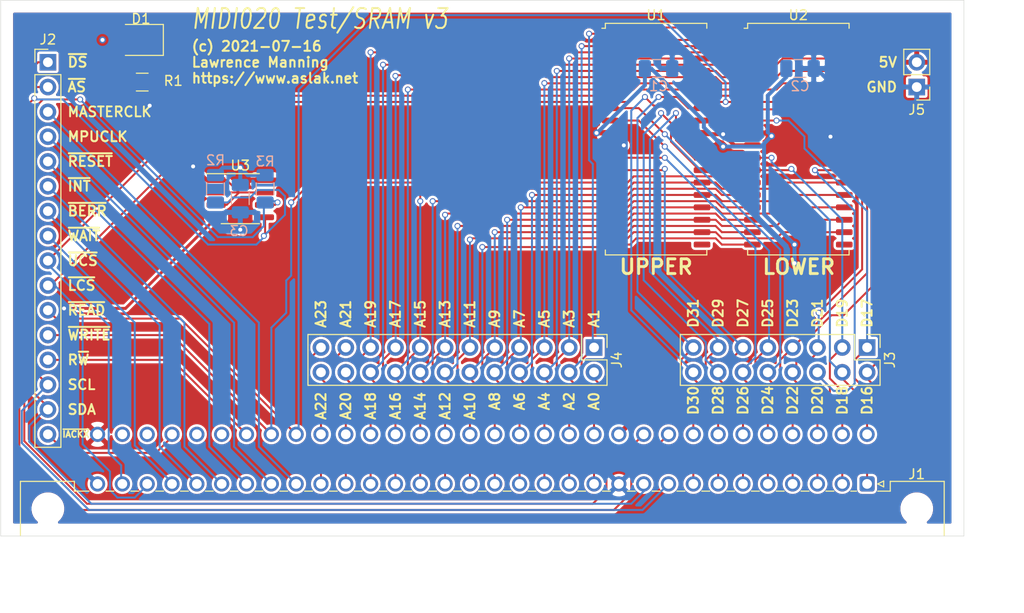
<source format=kicad_pcb>
(kicad_pcb (version 20211014) (generator pcbnew)
  (layers (0 "F.Cu" signal) (31 "B.Cu" signal) (34 "B.Paste" user) (35 "F.Paste" user) (36 "B.SilkS" user "B.Silkscreen") (37 "F.SilkS" user "F.Silkscreen") (38 "B.Mask" user) (39 "F.Mask" user) (44 "Edge.Cuts" user))
  (net 0 "")
  (net 1 "GNDD")
  (net 2 "+5VD")
  (net 3 "Net-(D1-Pad1)")
  (net 4 "SDA")
  (net 5 "SCL")
  (net 6 "R~{W}")
  (net 7 "~{WRITE}")
  (net 8 "~{READ}")
  (net 9 "/A23")
  (net 10 "/A21")
  (net 11 "/A19")
  (net 12 "/A17")
  (net 13 "/A15")
  (net 14 "/A13")
  (net 15 "/A11")
  (net 16 "/A9")
  (net 17 "/A7")
  (net 18 "/A5")
  (net 19 "/A3")
  (net 20 "/A1")
  (net 21 "~{AS}")
  (net 22 "~{DS}")
  (net 23 "/D31")
  (net 24 "/D29")
  (net 25 "/D27")
  (net 26 "/D25")
  (net 27 "/D23")
  (net 28 "/D21")
  (net 29 "/D19")
  (net 30 "/D17")
  (net 31 "~{LCS}")
  (net 32 "~{UCS}")
  (net 33 "~{WAIT}")
  (net 34 "~{BERR}")
  (net 35 "~{INT}")
  (net 36 "~{RESET}")
  (net 37 "MPUCLK")
  (net 38 "MASTERCLK")
  (net 39 "/A22")
  (net 40 "/A20")
  (net 41 "/A18")
  (net 42 "/A16")
  (net 43 "/A14")
  (net 44 "/A12")
  (net 45 "/A10")
  (net 46 "/A8")
  (net 47 "/A6")
  (net 48 "/A4")
  (net 49 "/A2")
  (net 50 "/A0")
  (net 51 "/D30")
  (net 52 "/D28")
  (net 53 "/D26")
  (net 54 "/D24")
  (net 55 "/D22")
  (net 56 "/D20")
  (net 57 "/D18")
  (net 58 "/D16")
  (net 59 "~{IACKX}")
  (footprint "Resistor_SMD:R_1206_3216Metric" (layer "F.Cu") (at 94.107 109.347)
    (fp_text reference "R1")
    (fp_text value "1K")
  )
  (footprint "LED_SMD:LED_1210_3225Metric" (layer "F.Cu") (at 93.983 105.029 180)
    (fp_text reference "D1")
    (fp_text value "LED")
  )
  (footprint "Package_SO:SOJ-36_10.16x23.49mm_P1.27mm" (layer "F.Cu") (at 161.242 115.189)
    (fp_text reference "U2")
    (fp_text value "IS61C5128AL-10KLI")
  )
  (footprint "Connector_PinHeader_2.54mm:PinHeader_1x16_P2.54mm_Vertical" (layer "F.Cu") (at 84.455 107.315)
    (fp_text reference "J2")
    (fp_text value "Conn_01x16")
  )
  (footprint "Connector_PinHeader_2.54mm:PinHeader_2x08_P2.54mm_Vertical" (layer "F.Cu") (at 168.275 136.525 -90)
    (fp_text reference "J3")
    (fp_text value "Conn_02x08_Odd_Even")
  )
  (footprint "Connector_PinHeader_2.54mm:PinHeader_2x12_P2.54mm_Vertical" (layer "F.Cu") (at 140.335 136.525 -90)
    (fp_text reference "J4")
    (fp_text value "Conn_02x12_Odd_Even")
  )
  (footprint "Package_SO:SOJ-36_10.16x23.49mm_P1.27mm" (layer "F.Cu") (at 146.684 115.189)
    (fp_text reference "U1")
    (fp_text value "IS61C5128AL-10KLI")
  )
  (footprint "Package_SO:SOIC-8_3.9x4.9mm_P1.27mm" (layer "F.Cu") (at 104.14 121.285)
    (fp_text reference "U3")
    (fp_text value "AT24CS64-SSHM")
  )
  (footprint "Connector_PinHeader_2.54mm:PinHeader_1x02_P2.54mm_Vertical" (layer "F.Cu") (at 173.355 109.855 180)
    (fp_text reference "J5")
    (fp_text value "Conn_01x02")
  )
  (footprint "aslakfp:DIN41612_C_2x32_Male_Horizontal_THT" (layer "F.Cu") (at 168.275 150.495 180)
    (fp_text reference "J1")
    (fp_text value "DIN_41612_3x32_MIDI020_CARD")
  )
  (footprint "Capacitor_SMD:C_1206_3216Metric" (layer "B.Cu") (at 146.936 107.95)
    (fp_text reference "C1")
    (fp_text value "0.1u")
  )
  (footprint "Capacitor_SMD:C_1206_3216Metric" (layer "B.Cu") (at 161.414 107.95)
    (fp_text reference "C2")
    (fp_text value "0.1u")
  )
  (footprint "Resistor_SMD:R_1206_3216Metric" (layer "B.Cu") (at 106.68 120.272 -90)
    (fp_text reference "R3")
    (fp_text value "4.7K")
  )
  (footprint "Resistor_SMD:R_1206_3216Metric" (layer "B.Cu") (at 101.6 120.272 -90)
    (fp_text reference "R2")
    (fp_text value "4.7K")
  )
  (footprint "Capacitor_SMD:C_1206_3216Metric" (layer "B.Cu") (at 104.14 121.285 -90)
    (fp_text reference "C3")
    (fp_text value "0.1u")
  )
  (gr_line (start 178.181 100.965) (end 178.181 155.829) (layer "Edge.Cuts") (width 0.05))
  (gr_line (start 178.181 155.829) (end 79.629 155.829) (layer "Edge.Cuts") (width 0.05))
  (gr_line (start 79.629 100.965) (end 178.181 100.965) (layer "Edge.Cuts") (width 0.05))
  (gr_line (start 79.629 155.829) (end 79.629 100.965) (layer "Edge.Cuts") (width 0.05))
  (gr_text "A21" (at 114.935 134.62 90) (layer "F.SilkS") (effects (font (size 1.016 1.016) (thickness 0.2032)) (justify left)))
  (gr_text "A19" (at 117.475 134.62 90) (layer "F.SilkS") (effects (font (size 1.016 1.016) (thickness 0.2032)) (justify left)))
  (gr_text "A17" (at 120.015 134.62 90) (layer "F.SilkS") (effects (font (size 1.016 1.016) (thickness 0.2032)) (justify left)))
  (gr_text "A15" (at 122.555 134.62 90) (layer "F.SilkS") (effects (font (size 1.016 1.016) (thickness 0.2032)) (justify left)))
  (gr_text "A13" (at 125.095 134.62 90) (layer "F.SilkS") (effects (font (size 1.016 1.016) (thickness 0.2032)) (justify left)))
  (gr_text "A11" (at 127.635 134.62 90) (layer "F.SilkS") (effects (font (size 1.016 1.016) (thickness 0.2032)) (justify left)))
  (gr_text "A9" (at 130.175 134.62 90) (layer "F.SilkS") (effects (font (size 1.016 1.016) (thickness 0.2032)) (justify left)))
  (gr_text "A7" (at 132.715 134.62 90) (layer "F.SilkS") (effects (font (size 1.016 1.016) (thickness 0.2032)) (justify left)))
  (gr_text "A5" (at 135.255 134.62 90) (layer "F.SilkS") (effects (font (size 1.016 1.016) (thickness 0.2032)) (justify left)))
  (gr_text "A3" (at 137.795 134.62 90) (layer "F.SilkS") (effects (font (size 1.016 1.016) (thickness 0.2032)) (justify left)))
  (gr_text "A1" (at 140.335 134.62 90) (layer "F.SilkS") (effects (font (size 1.016 1.016) (thickness 0.2032)) (justify left)))
  (gr_text "A22" (at 112.395 140.97 90) (layer "F.SilkS") (effects (font (size 1.016 1.016) (thickness 0.2032)) (justify right)))
  (gr_text "A20" (at 114.935 140.97 90) (layer "F.SilkS") (effects (font (size 1.016 1.016) (thickness 0.2032)) (justify right)))
  (gr_text "A18" (at 117.475 140.97 90) (layer "F.SilkS") (effects (font (size 1.016 1.016) (thickness 0.2032)) (justify right)))
  (gr_text "A16" (at 120.015 140.97 90) (layer "F.SilkS") (effects (font (size 1.016 1.016) (thickness 0.2032)) (justify right)))
  (gr_text "A14" (at 122.555 140.97 90) (layer "F.SilkS") (effects (font (size 1.016 1.016) (thickness 0.2032)) (justify right)))
  (gr_text "A12" (at 125.095 140.97 90) (layer "F.SilkS") (effects (font (size 1.016 1.016) (thickness 0.2032)) (justify right)))
  (gr_text "A10" (at 127.635 140.97 90) (layer "F.SilkS") (effects (font (size 1.016 1.016) (thickness 0.2032)) (justify right)))
  (gr_text "A8" (at 130.175 140.97 90) (layer "F.SilkS") (effects (font (size 1.016 1.016) (thickness 0.2032)) (justify right)))
  (gr_text "A6" (at 132.715 140.97 90) (layer "F.SilkS") (effects (font (size 1.016 1.016) (thickness 0.2032)) (justify right)))
  (gr_text "A4" (at 135.255 140.97 90) (layer "F.SilkS") (effects (font (size 1.016 1.016) (thickness 0.2032)) (justify right)))
  (gr_text "A2" (at 137.795 140.97 90) (layer "F.SilkS") (effects (font (size 1.016 1.016) (thickness 0.2032)) (justify right)))
  (gr_text "A0" (at 140.335 140.97 90) (layer "F.SilkS") (effects (font (size 1.016 1.016) (thickness 0.2032)) (justify right)))
  (gr_text "D30" (at 150.495 140.335 90) (layer "F.SilkS") (effects (font (size 1.016 1.016) (thickness 0.2032)) (justify right)))
  (gr_text "D28" (at 153.035 140.335 90) (layer "F.SilkS") (effects (font (size 1.016 1.016) (thickness 0.2032)) (justify right)))
  (gr_text "D26" (at 155.575 140.335 90) (layer "F.SilkS") (effects (font (size 1.016 1.016) (thickness 0.2032)) (justify right)))
  (gr_text "D24" (at 158.115 140.335 90) (layer "F.SilkS") (effects (font (size 1.016 1.016) (thickness 0.2032)) (justify right)))
  (gr_text "D22" (at 160.655 140.335 90) (layer "F.SilkS") (effects (font (size 1.016 1.016) (thickness 0.2032)) (justify right)))
  (gr_text "D20" (at 163.195 140.335 90) (layer "F.SilkS") (effects (font (size 1.016 1.016) (thickness 0.2032)) (justify right)))
  (gr_text "D18" (at 165.735 140.335 90) (layer "F.SilkS") (effects (font (size 1.016 1.016) (thickness 0.2032)) (justify right)))
  (gr_text "D16" (at 168.275 140.335 90) (layer "F.SilkS") (effects (font (size 1.016 1.016) (thickness 0.2032)) (justify right)))
  (gr_text "D17" (at 168.275 134.62 90) (layer "F.SilkS") (effects (font (size 1.016 1.016) (thickness 0.2032)) (justify left)))
  (gr_text "D19" (at 165.735 134.62 90) (layer "F.SilkS") (effects (font (size 1.016 1.016) (thickness 0.2032)) (justify left)))
  (gr_text "D21" (at 163.195 134.62 90) (layer "F.SilkS") (effects (font (size 1.016 1.016) (thickness 0.2032)) (justify left)))
  (gr_text "D23" (at 160.655 134.62 90) (layer "F.SilkS") (effects (font (size 1.016 1.016) (thickness 0.2032)) (justify left)))
  (gr_text "D25" (at 158.115 134.62 90) (layer "F.SilkS") (effects (font (size 1.016 1.016) (thickness 0.2032)) (justify left)))
  (gr_text "D27" (at 155.575 134.62 90) (layer "F.SilkS") (effects (font (size 1.016 1.016) (thickness 0.2032)) (justify left)))
  (gr_text "D29" (at 153.035 134.62 90) (layer "F.SilkS") (effects (font (size 1.016 1.016) (thickness 0.2032)) (justify left)))
  (gr_text "D31" (at 150.495 134.62 90) (layer "F.SilkS") (effects (font (size 1.016 1.016) (thickness 0.2032)) (justify left)))
  (gr_text "LOWER" (at 161.29 128.27) (layer "F.SilkS") (effects (font (size 1.5 1.5) (thickness 0.3))))
  (gr_text "SDA" (at 86.36 142.875) (layer "F.SilkS") (effects (font (size 1.016 1.016) (thickness 0.2032)) (justify left)))
  (gr_text "SCL" (at 86.36 140.335) (layer "F.SilkS") (effects (font (size 1.016 1.016) (thickness 0.2032)) (justify left)))
  (gr_text "R~{W}" (at 86.36 137.795) (layer "F.SilkS") (effects (font (size 1.016 1.016) (thickness 0.2032)) (justify left)))
  (gr_text "~{WRITE}" (at 86.36 135.255) (layer "F.SilkS") (effects (font (size 1.016 1.016) (thickness 0.2032)) (justify left)))
  (gr_text "~{READ}" (at 86.36 132.715) (layer "F.SilkS") (effects (font (size 1.016 1.016) (thickness 0.2032)) (justify left)))
  (gr_text "~{LCS}" (at 86.36 130.175) (layer "F.SilkS") (effects (font (size 1.016 1.016) (thickness 0.2032)) (justify left)))
  (gr_text "~{UCS}" (at 86.36 127.635) (layer "F.SilkS") (effects (font (size 1.016 1.016) (thickness 0.2032)) (justify left)))
  (gr_text "~{WAIT}" (at 86.36 125.095) (layer "F.SilkS") (effects (font (size 1.016 1.016) (thickness 0.2032)) (justify left)))
  (gr_text "~{BERR}" (at 86.36 122.555) (layer "F.SilkS") (effects (font (size 1.016 1.016) (thickness 0.2032)) (justify left)))
  (gr_text "~{INT}" (at 86.36 120.015) (layer "F.SilkS") (effects (font (size 1.016 1.016) (thickness 0.2032)) (justify left)))
  (gr_text "~{RESET}" (at 86.36 117.475) (layer "F.SilkS") (effects (font (size 1.016 1.016) (thickness 0.2032)) (justify left)))
  (gr_text "MPUCLK" (at 86.36 114.935) (layer "F.SilkS") (effects (font (size 1.016 1.016) (thickness 0.2032)) (justify left)))
  (gr_text "MASTERCLK" (at 86.36 112.395) (layer "F.SilkS") (effects (font (size 1.016 1.016) (thickness 0.1905)) (justify left)))
  (gr_text "~{AS}" (at 86.36 109.855) (layer "F.SilkS") (effects (font (size 1.016 1.016) (thickness 0.2032)) (justify left)))
  (gr_text "~{DS}" (at 86.36 107.315) (layer "F.SilkS") (effects (font (size 1.016 1.016) (thickness 0.2032)) (justify left)))
  (gr_text "(c) 2021-07-16\nLawrence Manning\nhttps://www.aslak.net" (at 99.06 107.315) (layer "F.SilkS") (effects (font (size 1.016 1.016) (thickness 0.2032)) (justify left)))
  (gr_text "GND" (at 171.45 109.855) (layer "F.SilkS") (effects (font (size 1.016 1.016) (thickness 0.2032)) (justify right)))
  (gr_text "~{IACKX}" (at 85.852 145.415) (layer "F.SilkS") (effects (font (size 0.635 0.635) (thickness 0.15875)) (justify left)))
  (gr_text "5V" (at 171.45 107.315) (layer "F.SilkS") (effects (font (size 1.016 1.016) (thickness 0.2032)) (justify right)))
  (gr_text "MIDI020 Test/SRAM v3" (at 99.06 102.87) (layer "F.SilkS") (effects (font (size 2.032 1.524) (thickness 0.2032) italic) (justify left)))
  (gr_text "A23" (at 112.395 134.62 90) (layer "F.SilkS") (effects (font (size 1.016 1.016) (thickness 0.2032)) (justify left)))
  (gr_text "UPPER" (at 146.685 128.27) (layer "F.SilkS") (effects (font (size 1.5 1.5) (thickness 0.3))))
  (segment (start 164.5285 114.935) (end 164.9095 114.554) (width 0.4064) (layer "F.Cu") (net 1))
  (segment (start 92.583 109.474) (end 94.869 111.76) (width 0.4064) (layer "F.Cu") (net 1))
  (segment (start 102.87 124.46) (end 101.6 123.19) (width 0.4064) (layer "F.Cu") (net 1))
  (segment (start 102.743 121.92) (end 104.013 120.65) (width 0.2032) (layer "F.Cu") (net 1))
  (segment (start 92.3925 132.5245) (end 86.106 132.5245) (width 0.3048) (layer "F.Cu") (net 1))
  (segment (start 101.6 123.317) (end 92.3925 132.5245) (width 0.3048) (layer "F.Cu") (net 1))
  (segment (start 154.686 115.824) (end 153.543 114.681) (width 0.4064) (layer "F.Cu") (net 1))
  (segment (start 156.542 115.824) (end 154.686 115.824) (width 0.4064) (layer "F.Cu") (net 1))
  (segment (start 101.665 119.38) (end 102.743 119.38) (width 0.2032) (layer "F.Cu") (net 1))
  (segment (start 151.5745 114.681) (end 153.543 114.681) (width 0.4064) (layer "F.Cu") (net 1))
  (segment (start 100.711 119.38) (end 99.314 117.983) (width 0.4064) (layer "F.Cu") (net 1))
  (segment (start 106.615 120.65) (end 104.013 120.65) (width 0.2032) (layer "F.Cu") (net 1))
  (segment (start 101.665 121.92) (end 102.743 121.92) (width 0.2032) (layer "F.Cu") (net 1))
  (segment (start 104.14 124.46) (end 102.87 124.46) (width 0.4064) (layer "F.Cu") (net 1))
  (segment (start 164.9095 114.554) (end 165.735 114.554) (width 0.4064) (layer "F.Cu") (net 1))
  (segment (start 102.743 119.38) (end 104.013 120.65) (width 0.2032) (layer "F.Cu") (net 1))
  (segment (start 101.665 120.65) (end 104.013 120.65) (width 0.2032) (layer "F.Cu") (net 1))
  (segment (start 92.583 109.093) (end 92.583 109.474) (width 0.3048) (layer "F.Cu") (net 1))
  (segment (start 143.383 115.824) (end 141.984 115.824) (width 0.3048) (layer "F.Cu") (net 1))
  (segment (start 101.665 119.38) (end 100.711 119.38) (width 0.3048) (layer "F.Cu") (net 1))
  (via (at 153.543 114.681) (size 0.762) (drill 0.4064) (layers "F.Cu" "B.Cu") (net 1))
  (via (at 94.868998 111.76) (size 0.7112) (drill 0.4064) (layers "F.Cu" "B.Cu") (net 1))
  (via (at 99.314 117.983) (size 0.7112) (drill 0.4064) (layers "F.Cu" "B.Cu") (net 1))
  (via (at 86.106 132.5245) (size 0.762) (drill 0.4064) (layers "F.Cu" "B.Cu") (net 1))
  (via (at 164.5285 114.935) (size 0.7112) (drill 0.4064) (layers "F.Cu" "B.Cu") (net 1))
  (via (at 104.14 124.46) (size 0.7112) (drill 0.4064) (layers "F.Cu" "B.Cu") (net 1))
  (via (at 143.383 115.824) (size 0.7112) (drill 0.4064) (layers "F.Cu" "B.Cu") (net 1))
  (segment (start 164.5285 109.4105) (end 162.814 107.696) (width 0.4064) (layer "B.Cu") (net 1))
  (segment (start 94.868998 113.537998) (end 94.868998 111.76) (width 0.4064) (layer "B.Cu") (net 1))
  (segment (start 148.8975 107.8865) (end 148.082 107.8865) (width 0.4064) (layer "B.Cu") (net 1))
  (segment (start 153.543 114.681) (end 153.543 112.532) (width 0.4064) (layer "B.Cu") (net 1))
  (segment (start 89.535 150.495) (end 86.106 147.066) (width 0.3048) (layer "B.Cu") (net 1))
  (segment (start 104.14 122.685) (end 104.14 122.555) (width 0.3048) (layer "B.Cu") (net 1))
  (segment (start 153.543 112.532) (end 148.8975 107.8865) (width 0.4064) (layer "B.Cu") (net 1))
  (segment (start 164.465 114.9985) (end 164.5285 114.935) (width 0.3048) (layer "B.Cu") (net 1))
  (segment (start 86.106 147.066) (end 86.106 132.5245) (width 0.3048) (layer "B.Cu") (net 1))
  (segment (start 104.14 122.555) (end 104.14 124.46) (width 0.4064) (layer "B.Cu") (net 1))
  (segment (start 99.314 117.983) (end 94.868998 113.537998) (width 0.4064) (layer "B.Cu") (net 1))
  (segment (start 164.5285 114.935) (end 164.5285 109.4105) (width 0.4064) (layer "B.Cu") (net 1))
  (segment (start 156.542 114.554) (end 158.1785 114.554) (width 0.3048) (layer "F.Cu") (net 2))
  (segment (start 153.416 115.824) (end 153.543 115.951) (width 0.4064) (layer "F.Cu") (net 2))
  (segment (start 165.942 115.824) (end 159.4485 115.824) (width 0.3048) (layer "F.Cu") (net 2))
  (segment (start 151.384 115.824) (end 153.416 115.824) (width 0.4064) (layer "F.Cu") (net 2))
  (segment (start 158.1785 114.554) (end 158.496 114.8715) (width 0.3048) (layer "F.Cu") (net 2))
  (segment (start 92.583 105.029) (end 90.043 105.029) (width 0.4064) (layer "F.Cu") (net 2))
  (segment (start 140.589 114.554) (end 141.605 114.554) (width 0.4064) (layer "F.Cu") (net 2))
  (segment (start 159.4485 115.824) (end 158.496 114.8715) (width 0.3048) (layer "F.Cu") (net 2))
  (via (at 160.8455 125.984) (size 0.7112) (drill 0.4064) (layers "F.Cu" "B.Cu") (net 2))
  (via (at 160.8455 127.889) (size 0.7112) (drill 0.4064) (layers "F.Cu" "B.Cu") (net 2))
  (via (at 90.043 105.029) (size 0.7112) (drill 0.4064) (layers "F.Cu" "B.Cu") (net 2))
  (via (at 104.14 118.11) (size 0.7112) (drill 0.4064) (layers "F.Cu" "B.Cu") (net 2))
  (via (at 153.543 115.951) (size 0.762) (drill 0.4064) (layers "F.Cu" "B.Cu") (net 2))
  (via (at 140.589 114.554) (size 0.7112) (drill 0.4064) (layers "F.Cu" "B.Cu") (net 2))
  (via (at 158.496 114.8715) (size 0.7112) (drill 0.4064) (layers "F.Cu" "B.Cu") (net 2))
  (segment (start 104.902 118.872) (end 104.14 118.11) (width 0.4064) (layer "B.Cu") (net 2))
  (segment (start 160.014 108.825) (end 158.115001 110.723999) (width 0.4064) (layer "B.Cu") (net 2))
  (segment (start 153.543 115.951) (end 151.5745 113.9825) (width 0.4064) (layer "B.Cu") (net 2))
  (segment (start 140.589 114.554) (end 140.6525 114.554) (width 0.4064) (layer "B.Cu") (net 2))
  (segment (start 157.4165 115.951) (end 158.496 114.8715) (width 0.4064) (layer "B.Cu") (net 2))
  (segment (start 160.8455 127.889) (end 160.8455 125.984) (width 0.4064) (layer "B.Cu") (net 2))
  (segment (start 102.362 118.11) (end 101.6 118.872) (width 0.4064) (layer "B.Cu") (net 2))
  (segment (start 106.68 118.872) (end 104.902 118.872) (width 0.4064) (layer "B.Cu") (net 2))
  (segment (start 140.6525 114.554) (end 145.536 109.6705) (width 0.4064) (layer "B.Cu") (net 2))
  (segment (start 160.014 107.95) (end 160.014 108.825) (width 0.4064) (layer "B.Cu") (net 2))
  (segment (start 157.734 115.697) (end 157.734 122.8725) (width 0.4064) (layer "B.Cu") (net 2))
  (segment (start 157.734 122.8725) (end 160.8455 125.984) (width 0.4064) (layer "B.Cu") (net 2))
  (segment (start 104.14 118.11) (end 102.362 118.11) (width 0.4064) (layer "B.Cu") (net 2))
  (segment (start 158.115001 110.723999) (end 158.115001 114.490501) (width 0.4064) (layer "B.Cu") (net 2))
  (segment (start 151.5745 113.3475) (end 146.177 107.95) (width 0.4064) (layer "B.Cu") (net 2))
  (segment (start 158.496 114.935) (end 157.734 115.697) (width 0.3048) (layer "B.Cu") (net 2))
  (segment (start 153.543 115.951) (end 157.4165 115.951) (width 0.4064) (layer "B.Cu") (net 2))
  (segment (start 145.536 109.6705) (end 145.536 107.95) (width 0.4064) (layer "B.Cu") (net 2))
  (segment (start 158.496 114.8715) (end 158.496 114.935) (width 0.3048) (layer "B.Cu") (net 2))
  (segment (start 146.177 107.95) (end 145.536 107.95) (width 0.4064) (layer "B.Cu") (net 2))
  (segment (start 151.5745 113.9825) (end 151.5745 113.3475) (width 0.4064) (layer "B.Cu") (net 2))
  (segment (start 104.14 119.885) (end 104.14 118.11) (width 0.4064) (layer "B.Cu") (net 2))
  (segment (start 158.115001 114.490501) (end 158.496 114.8715) (width 0.3048) (layer "B.Cu") (net 2))
  (segment (start 95.383 109.468) (end 95.377 109.474) (width 0.2032) (layer "F.Cu") (net 3))
  (segment (start 95.383 105.029) (end 95.383 109.468) (width 0.4064) (layer "F.Cu") (net 3))
  (segment (start 82.55 111.506) (end 82.55 140.716) (width 0.2032) (layer "F.Cu") (net 4))
  (segment (start 106.68 124.968) (end 106.68 123.19) (width 0.2032) (layer "F.Cu") (net 4))
  (segment (start 83.058 110.998) (end 82.55 111.506) (width 0.2032) (layer "F.Cu") (net 4))
  (segment (start 84.455 142.621) (end 84.455 142.875) (width 0.2032) (layer "F.Cu") (net 4))
  (segment (start 82.55 140.716) (end 84.455 142.621) (width 0.2032) (layer "F.Cu") (net 4))
  (segment (start 106.553 125.095) (end 106.68 124.968) (width 0.2032) (layer "F.Cu") (net 4))
  (via (at 106.553 125.095) (size 0.6096) (drill 0.4064) (layers "F.Cu" "B.Cu") (net 4))
  (via (at 83.058 110.998) (size 0.6096) (drill 0.4064) (layers "F.Cu" "B.Cu") (net 4))
  (segment (start 102.864 121.672) (end 101.6 121.672) (width 0.2032) (layer "B.Cu") (net 4))
  (segment (start 84.328 142.748) (end 84.455 142.875) (width 0.2032) (layer "B.Cu") (net 4))
  (segment (start 85.979 111.125) (end 83.185 111.125) (width 0.2032) (layer "B.Cu") (net 4))
  (segment (start 103.378 121.158) (end 102.864 121.672) (width 0.2032) (layer "B.Cu") (net 4))
  (segment (start 82.55 144.526) (end 84.328 142.748) (width 0.2032) (layer "B.Cu") (net 4))
  (segment (start 108.712 121.031) (end 108.077 120.396) (width 0.2032) (layer "B.Cu") (net 4))
  (segment (start 106.553 125.095) (end 108.712 122.936) (width 0.2032) (layer "B.Cu") (net 4))
  (segment (start 105.918 120.396) (end 105.156 121.158) (width 0.2032) (layer "B.Cu") (net 4))
  (segment (start 108.712 122.936) (end 108.712 121.031) (width 0.2032) (layer "B.Cu") (net 4))
  (segment (start 145.415 151.257) (end 144.145 152.527) (width 0.2032) (layer "B.Cu") (net 4))
  (segment (start 88.9 152.527) (end 82.55 146.177) (width 0.2032) (layer "B.Cu") (net 4))
  (segment (start 105.156 121.158) (end 103.378 121.158) (width 0.2032) (layer "B.Cu") (net 4))
  (segment (start 82.55 146.177) (end 82.55 144.526) (width 0.2032) (layer "B.Cu") (net 4))
  (segment (start 105.791 125.984) (end 100.838 125.984) (width 0.2032) (layer "B.Cu") (net 4))
  (segment (start 106.553 125.222) (end 105.791 125.984) (width 0.2032) (layer "B.Cu") (net 4))
  (segment (start 108.077 120.396) (end 105.918 120.396) (width 0.2032) (layer "B.Cu") (net 4))
  (segment (start 106.553 125.095) (end 106.553 125.222) (width 0.2032) (layer "B.Cu") (net 4))
  (segment (start 145.415 150.495) (end 145.415 151.257) (width 0.2032) (layer "B.Cu") (net 4))
  (segment (start 100.838 125.984) (end 85.979 111.125) (width 0.2032) (layer "B.Cu") (net 4))
  (segment (start 83.185 111.125) (end 83.058 110.998) (width 0.2032) (layer "B.Cu") (net 4))
  (segment (start 144.145 152.527) (end 88.9 152.527) (width 0.2032) (layer "B.Cu") (net 4))
  (segment (start 106.615 121.92) (end 107.696 121.92) (width 0.2032) (layer "F.Cu") (net 5))
  (segment (start 83.058 138.938) (end 84.455 140.335) (width 0.2032) (layer "F.Cu") (net 5))
  (segment (start 107.696 121.92) (end 107.95 121.666) (width 0.2032) (layer "F.Cu") (net 5))
  (segment (start 83.947 111.125) (end 83.058 112.014) (width 0.2032) (layer "F.Cu") (net 5))
  (segment (start 83.058 112.014) (end 83.058 138.938) (width 0.2032) (layer "F.Cu") (net 5))
  (segment (start 87.757 111.125) (end 83.947 111.125) (width 0.2032) (layer "F.Cu") (net 5))
  (via (at 107.95 121.666) (size 0.6096) (drill 0.4064) (layers "F.Cu" "B.Cu") (net 5))
  (via (at 87.757 111.125) (size 0.6096) (drill 0.4064) (layers "F.Cu" "B.Cu") (net 5))
  (segment (start 107.823 121.539) (end 106.553 121.539) (width 0.2032) (layer "B.Cu") (net 5))
  (segment (start 101.854 125.222) (end 105.41 125.222) (width 0.2032) (layer "B.Cu") (net 5))
  (segment (start 88.646 153.162) (end 81.788 146.304) (width 0.2032) (layer "B.Cu") (net 5))
  (segment (start 87.757 111.125) (end 101.854 125.222) (width 0.2032) (layer "B.Cu") (net 5))
  (segment (start 145.288 153.162) (end 88.646 153.162) (width 0.2032) (layer "B.Cu") (net 5))
  (segment (start 105.41 125.222) (end 106.553 124.079) (width 0.2032) (layer "B.Cu") (net 5))
  (segment (start 106.553 124.079) (end 106.553 121.412) (width 0.2032) (layer "B.Cu") (net 5))
  (segment (start 81.788 143.002) (end 84.328 140.462) (width 0.2032) (layer "B.Cu") (net 5))
  (segment (start 147.955 150.495) (end 145.288 153.162) (width 0.2032) (layer "B.Cu") (net 5))
  (segment (start 81.788 146.304) (end 81.788 143.002) (width 0.2032) (layer "B.Cu") (net 5))
  (segment (start 107.95 121.666) (end 107.823 121.539) (width 0.2032) (layer "B.Cu") (net 5))
  (segment (start 106.68 121.672) (end 106.68 121.666) (width 0.2032) (layer "B.Cu") (net 5))
  (segment (start 84.455 137.795) (end 97.155 137.795) (width 0.2032) (layer "F.Cu") (net 6))
  (segment (start 97.155 137.795) (end 104.775 145.415) (width 0.2032) (layer "F.Cu") (net 6))
  (segment (start 111.379 119.634) (end 143.764 119.634) (width 0.2032) (layer "F.Cu") (net 7))
  (segment (start 152.781 118.999) (end 153.416 119.634) (width 0.2032) (layer "F.Cu") (net 7))
  (segment (start 143.764 119.634) (end 144.399 118.999) (width 0.2032) (layer "F.Cu") (net 7))
  (segment (start 109.347 121.666) (end 111.379 119.634) (width 0.2032) (layer "F.Cu") (net 7))
  (segment (start 144.399 118.999) (end 152.781 118.999) (width 0.2032) (layer "F.Cu") (net 7))
  (segment (start 107.315 145.415) (end 97.155 135.255) (width 0.2032) (layer "F.Cu") (net 7))
  (segment (start 97.155 135.255) (end 84.455 135.255) (width 0.2032) (layer "F.Cu") (net 7))
  (segment (start 153.416 119.634) (end 156.542 119.634) (width 0.2032) (layer "F.Cu") (net 7))
  (via (at 109.347 121.666) (size 0.6096) (drill 0.4064) (layers "F.Cu" "B.Cu") (net 7))
  (segment (start 109.347 129.159) (end 108.839 129.667) (width 0.2032) (layer "B.Cu") (net 7))
  (segment (start 107.315 134.493) (end 107.315 145.415) (width 0.2032) (layer "B.Cu") (net 7))
  (segment (start 109.347 121.666) (end 109.347 129.159) (width 0.2032) (layer "B.Cu") (net 7))
  (segment (start 108.839 129.667) (end 108.839 132.969) (width 0.2032) (layer "B.Cu") (net 7))
  (segment (start 108.839 132.969) (end 107.315 134.493) (width 0.2032) (layer "B.Cu") (net 7))
  (segment (start 153.797 111.379) (end 158.826934 111.379) (width 0.2032) (layer "F.Cu") (net 8))
  (segment (start 153.797 111.379) (end 153.035 111.379) (width 0.2032) (layer "F.Cu") (net 8))
  (segment (start 153.035 111.379) (end 152.4 110.744) (width 0.2032) (layer "F.Cu") (net 8))
  (segment (start 85.304999 133.564999) (end 98.004999 133.564999) (width 0.2032) (layer "F.Cu") (net 8))
  (segment (start 84.455 132.715) (end 85.304999 133.564999) (width 0.2032) (layer "F.Cu") (net 8))
  (segment (start 159.376934 110.829) (end 165.942 110.829) (width 0.2032) (layer "F.Cu") (net 8))
  (segment (start 98.004999 133.564999) (end 109.855 145.415) (width 0.2032) (layer "F.Cu") (net 8))
  (segment (start 151.511 110.744) (end 151.384 110.871) (width 0.2032) (layer "F.Cu") (net 8))
  (segment (start 152.4 110.744) (end 151.511 110.744) (width 0.2032) (layer "F.Cu") (net 8))
  (segment (start 158.826934 111.379) (end 159.376934 110.829) (width 0.2032) (layer "F.Cu") (net 8))
  (via (at 153.797 111.379) (size 0.6096) (drill 0.4064) (layers "F.Cu" "B.Cu") (net 8))
  (segment (start 146.939 102.489) (end 117.729 102.489) (width 0.2032) (layer "B.Cu") (net 8))
  (segment (start 110.109 110.109) (end 110.109 145.161) (width 0.2032) (layer "B.Cu") (net 8))
  (segment (start 117.729 102.489) (end 110.109 110.109) (width 0.2032) (layer "B.Cu") (net 8))
  (segment (start 110.109 145.161) (end 109.855 145.415) (width 0.2032) (layer "B.Cu") (net 8))
  (segment (start 153.797 109.347) (end 146.939 102.489) (width 0.2032) (layer "B.Cu") (net 8))
  (segment (start 153.797 111.379) (end 153.797 109.347) (width 0.2032) (layer "B.Cu") (net 8))
  (segment (start 112.395 140.97) (end 111.125 139.7) (width 0.2032) (layer "F.Cu") (net 9))
  (segment (start 112.395 145.415) (end 112.395 140.97) (width 0.2032) (layer "F.Cu") (net 9))
  (segment (start 111.125 139.7) (end 111.125 137.795) (width 0.2032) (layer "F.Cu") (net 9))
  (segment (start 111.125 137.795) (end 112.395 136.525) (width 0.2032) (layer "F.Cu") (net 9))
  (segment (start 113.665 137.795) (end 114.935 136.525) (width 0.2032) (layer "F.Cu") (net 10))
  (segment (start 114.935 145.415) (end 114.935 140.97) (width 0.2032) (layer "F.Cu") (net 10))
  (segment (start 114.935 140.97) (end 113.665 139.7) (width 0.2032) (layer "F.Cu") (net 10))
  (segment (start 113.665 139.7) (end 113.665 137.795) (width 0.2032) (layer "F.Cu") (net 10))
  (segment (start 117.475 145.415) (end 117.475 140.97) (width 0.2032) (layer "F.Cu") (net 11))
  (segment (start 116.205 139.7) (end 116.205 137.795) (width 0.2032) (layer "F.Cu") (net 11))
  (segment (start 116.205 137.795) (end 117.475 136.525) (width 0.2032) (layer "F.Cu") (net 11))
  (segment (start 117.475 140.97) (end 116.205 139.7) (width 0.2032) (layer "F.Cu") (net 11))
  (segment (start 159.004 106.299) (end 153.416 106.299) (width 0.2032) (layer "F.Cu") (net 11))
  (segment (start 152.781 105.664) (end 151.511 105.664) (width 0.2032) (layer "F.Cu") (net 11))
  (segment (start 165.857 105.664) (end 159.639 105.664) (width 0.2032) (layer "F.Cu") (net 11))
  (segment (start 159.639 105.664) (end 159.004 106.299) (width 0.2032) (layer "F.Cu") (net 11))
  (segment (start 165.942 105.749) (end 165.857 105.664) (width 0.2032) (layer "F.Cu") (net 11))
  (segment (start 153.416 106.299) (end 152.781 105.664) (width 0.2032) (layer "F.Cu") (net 11))
  (segment (start 151.511 105.664) (end 151.384 105.791) (width 0.2032) (layer "F.Cu") (net 11))
  (segment (start 143.891 105.664) (end 151.384 105.664) (width 0.2032) (layer "F.Cu") (net 11))
  (segment (start 143.256 106.299) (end 143.891 105.664) (width 0.2032) (layer "F.Cu") (net 11))
  (segment (start 117.475 106.299) (end 143.256 106.299) (width 0.2032) (layer "F.Cu") (net 11))
  (via (at 117.475 106.299) (size 0.6096) (drill 0.4064) (layers "F.Cu" "B.Cu") (net 11))
  (segment (start 117.475 136.779) (end 117.602 136.906) (width 0.2032) (layer "B.Cu") (net 11))
  (segment (start 117.475 106.299) (end 117.475 136.779) (width 0.2032) (layer "B.Cu") (net 11))
  (segment (start 118.745 137.795) (end 120.015 136.525) (width 0.2032) (layer "F.Cu") (net 12))
  (segment (start 120.015 145.415) (end 120.015 140.97) (width 0.2032) (layer "F.Cu") (net 12))
  (segment (start 118.745 139.7) (end 118.745 137.795) (width 0.2032) (layer "F.Cu") (net 12))
  (segment (start 120.015 140.97) (end 118.745 139.7) (width 0.2032) (layer "F.Cu") (net 12))
  (segment (start 159.004 108.839) (end 153.416 108.839) (width 0.2032) (layer "F.Cu") (net 12))
  (segment (start 152.781 108.204) (end 151.511 108.204) (width 0.2032) (layer "F.Cu") (net 12))
  (segment (start 159.639 108.204) (end 159.004 108.839) (width 0.2032) (layer "F.Cu") (net 12))
  (segment (start 153.416 108.839) (end 152.781 108.204) (width 0.2032) (layer "F.Cu") (net 12))
  (segment (start 165.857 108.204) (end 159.639 108.204) (width 0.2032) (layer "F.Cu") (net 12))
  (segment (start 151.511 108.204) (end 151.384 108.331) (width 0.2032) (layer "F.Cu") (net 12))
  (segment (start 165.942 108.289) (end 165.857 108.204) (width 0.2032) (layer "F.Cu") (net 12))
  (segment (start 135.434844 108.839) (end 143.256 108.839) (width 0.2032) (layer "F.Cu") (net 12))
  (segment (start 135.236435 108.640591) (end 135.434844 108.839) (width 0.2032) (layer "F.Cu") (net 12))
  (segment (start 143.256 108.839) (end 143.891 108.204) (width 0.2032) (layer "F.Cu") (net 12))
  (segment (start 120.015 108.712) (end 120.086409 108.640591) (width 0.2032) (layer "F.Cu") (net 12))
  (segment (start 143.891 108.204) (end 151.384 108.204) (width 0.2032) (layer "F.Cu") (net 12))
  (segment (start 120.086409 108.640591) (end 135.236435 108.640591) (width 0.2032) (layer "F.Cu") (net 12))
  (via (at 120.015 108.712) (size 0.6096) (drill 0.4064) (layers "F.Cu" "B.Cu") (net 12))
  (segment (start 120.03561 108.73261) (end 120.03561 136.50439) (width 0.2032) (layer "B.Cu") (net 12))
  (segment (start 120.015 108.712) (end 120.03561 108.73261) (width 0.2032) (layer "B.Cu") (net 12))
  (segment (start 120.03561 136.50439) (end 119.888 136.652) (width 0.2032) (layer "B.Cu") (net 12))
  (segment (start 121.285 139.7) (end 121.285 137.795) (width 0.2032) (layer "F.Cu") (net 13))
  (segment (start 122.555 145.415) (end 122.555 140.97) (width 0.2032) (layer "F.Cu") (net 13))
  (segment (start 122.555 140.97) (end 121.285 139.7) (width 0.2032) (layer "F.Cu") (net 13))
  (segment (start 121.285 137.795) (end 122.555 136.525) (width 0.2032) (layer "F.Cu") (net 13))
  (segment (start 159.004 120.269) (end 153.416 120.269) (width 0.2032) (layer "F.Cu") (net 13))
  (segment (start 165.857 119.634) (end 159.639 119.634) (width 0.2032) (layer "F.Cu") (net 13))
  (segment (start 159.639 119.634) (end 159.004 120.269) (width 0.2032) (layer "F.Cu") (net 13))
  (segment (start 151.511 119.634) (end 151.384 119.761) (width 0.2032) (layer "F.Cu") (net 13))
  (segment (start 153.416 120.269) (end 152.781 119.634) (width 0.2032) (layer "F.Cu") (net 13))
  (segment (start 165.942 119.719) (end 165.857 119.634) (width 0.2032) (layer "F.Cu") (net 13))
  (segment (start 152.781 119.634) (end 151.511 119.634) (width 0.2032) (layer "F.Cu") (net 13))
  (segment (start 143.764 120.269) (end 144.399 119.634) (width 0.2032) (layer "F.Cu") (net 13))
  (segment (start 122.555 120.523) (end 122.809 120.269) (width 0.2032) (layer "F.Cu") (net 13))
  (segment (start 122.809 120.269) (end 143.764 120.269) (width 0.2032) (layer "F.Cu") (net 13))
  (segment (start 122.555 121.539) (end 122.555 120.523) (width 0.2032) (layer "F.Cu") (net 13))
  (segment (start 144.399 119.634) (end 151.384 119.634) (width 0.2032) (layer "F.Cu") (net 13))
  (via (at 122.555 121.539) (size 0.6096) (drill 0.4064) (layers "F.Cu" "B.Cu") (net 13))
  (segment (start 122.555 136.525) (end 122.555 121.539) (width 0.2032) (layer "B.Cu") (net 13))
  (segment (start 125.095 145.415) (end 125.095 140.97) (width 0.2032) (layer "F.Cu") (net 14))
  (segment (start 123.825 137.795) (end 125.095 136.525) (width 0.2032) (layer "F.Cu") (net 14))
  (segment (start 125.095 140.97) (end 123.825 139.7) (width 0.2032) (layer "F.Cu") (net 14))
  (segment (start 123.825 139.7) (end 123.825 137.795) (width 0.2032) (layer "F.Cu") (net 14))
  (segment (start 165.857 122.174) (end 159.639 122.174) (width 0.2032) (layer "F.Cu") (net 14))
  (segment (start 159.004 122.809) (end 153.416 122.809) (width 0.2032) (layer "F.Cu") (net 14))
  (segment (start 159.639 122.174) (end 159.004 122.809) (width 0.2032) (layer "F.Cu") (net 14))
  (segment (start 151.511 122.174) (end 151.384 122.301) (width 0.2032) (layer "F.Cu") (net 14))
  (segment (start 153.416 122.809) (end 152.781 122.174) (width 0.2032) (layer "F.Cu") (net 14))
  (segment (start 152.781 122.174) (end 151.511 122.174) (width 0.2032) (layer "F.Cu") (net 14))
  (segment (start 165.942 122.259) (end 165.857 122.174) (width 0.2032) (layer "F.Cu") (net 14))
  (segment (start 143.764 122.809) (end 125.222 122.809) (width 0.2032) (layer "F.Cu") (net 14))
  (segment (start 125.222 122.809) (end 125.095 122.936) (width 0.2032) (layer "F.Cu") (net 14))
  (segment (start 151.384 122.174) (end 144.399 122.174) (width 0.2032) (layer "F.Cu") (net 14))
  (segment (start 144.399 122.174) (end 143.764 122.809) (width 0.2032) (layer "F.Cu") (net 14))
  (via (at 125.095 122.936) (size 0.6096) (drill 0.4064) (layers "F.Cu" "B.Cu") (net 14))
  (segment (start 125.095 136.525) (end 125.222 136.652) (width 0.2032) (layer "B.Cu") (net 14))
  (segment (start 125.095 122.936) (end 125.095 136.525) (width 0.2032) (layer "B.Cu") (net 14))
  (segment (start 127.635 140.97) (end 126.365 139.7) (width 0.2032) (layer "F.Cu") (net 15))
  (segment (start 126.365 137.795) (end 127.635 136.525) (width 0.2032) (layer "F.Cu") (net 15))
  (segment (start 127.635 145.415) (end 127.635 140.97) (width 0.2032) (layer "F.Cu") (net 15))
  (segment (start 126.365 139.7) (end 126.365 137.795) (width 0.2032) (layer "F.Cu") (net 15))
  (segment (start 143.764 125.349) (end 144.399 124.714) (width 0.2032) (layer "F.Cu") (net 15))
  (segment (start 159.639 124.714) (end 159.004 125.349) (width 0.2032) (layer "F.Cu") (net 15))
  (segment (start 153.416 125.349) (end 152.781 124.714) (width 0.2032) (layer "F.Cu") (net 15))
  (segment (start 144.399 124.714) (end 151.384 124.714) (width 0.2032) (layer "F.Cu") (net 15))
  (segment (start 159.004 125.349) (end 153.416 125.349) (width 0.2032) (layer "F.Cu") (net 15))
  (segment (start 127.635 125.476) (end 127.762 125.349) (width 0.2032) (layer "F.Cu") (net 15))
  (segment (start 165.857 124.714) (end 159.639 124.714) (width 0.2032) (layer "F.Cu") (net 15))
  (segment (start 152.781 124.714) (end 151.511 124.714) (width 0.2032) (layer "F.Cu") (net 15))
  (segment (start 151.511 124.714) (end 151.384 124.841) (width 0.2032) (layer "F.Cu") (net 15))
  (segment (start 127.762 125.349) (end 143.764 125.349) (width 0.2032) (layer "F.Cu") (net 15))
  (segment (start 165.942 124.799) (end 165.857 124.714) (width 0.2032) (layer "F.Cu") (net 15))
  (via (at 127.635 125.476) (size 0.6096) (drill 0.4064) (layers "F.Cu" "B.Cu") (net 15))
  (segment (start 127.635 125.476) (end 127.635 136.652) (width 0.2032) (layer "B.Cu") (net 15))
  (segment (start 128.905 139.7) (end 128.905 137.795) (width 0.2032) (layer "F.Cu") (net 16))
  (segment (start 130.175 140.97) (end 128.905 139.7) (width 0.2032) (layer "F.Cu") (net 16))
  (segment (start 128.905 137.795) (end 130.175 136.525) (width 0.2032) (layer "F.Cu") (net 16))
  (segment (start 130.175 145.415) (end 130.175 140.97) (width 0.2032) (layer "F.Cu") (net 16))
  (segment (start 156.542 124.714) (end 153.416 124.714) (width 0.2032) (layer "F.Cu") (net 16))
  (segment (start 153.416 124.714) (end 152.781 124.079) (width 0.2032) (layer "F.Cu") (net 16))
  (segment (start 152.781 124.079) (end 144.399 124.079) (width 0.2032) (layer "F.Cu") (net 16))
  (segment (start 144.399 124.079) (end 143.764 124.714) (width 0.2032) (layer "F.Cu") (net 16))
  (segment (start 130.175 124.714) (end 141.984 124.714) (width 0.2032) (layer "F.Cu") (net 16))
  (segment (start 143.764 124.714) (end 142.113 124.714) (width 0.2032) (layer "F.Cu") (net 16))
  (via (at 130.175 124.714) (size 0.6096) (drill 0.4064) (layers "F.Cu" "B.Cu") (net 16))
  (segment (start 130.175 136.652) (end 130.175 124.714) (width 0.2032) (layer "B.Cu") (net 16))
  (segment (start 132.715 145.415) (end 132.715 140.97) (width 0.2032) (layer "F.Cu") (net 17))
  (segment (start 131.445 139.7) (end 131.445 137.795) (width 0.2032) (layer "F.Cu") (net 17))
  (segment (start 132.715 140.97) (end 131.445 139.7) (width 0.2032) (layer "F.Cu") (net 17))
  (segment (start 131.445 137.795) (end 132.715 136.525) (width 0.2032) (layer "F.Cu") (net 17))
  (segment (start 153.416 122.174) (end 152.781 121.539) (width 0.2032) (layer "F.Cu") (net 17))
  (segment (start 143.764 122.174) (end 142.113 122.174) (width 0.2032) (layer "F.Cu") (net 17))
  (segment (start 141.984 122.174) (end 132.842 122.174) (width 0.2032) (layer "F.Cu") (net 17))
  (segment (start 144.399 121.539) (end 143.764 122.174) (width 0.2032) (layer "F.Cu") (net 17))
  (segment (start 156.542 122.174) (end 153.416 122.174) (width 0.2032) (layer "F.Cu") (net 17))
  (segment (start 152.781 121.539) (end 144.399 121.539) (width 0.2032) (layer "F.Cu") (net 17))
  (via (at 132.842 122.174) (size 0.6096) (drill 0.4064) (layers "F.Cu" "B.Cu") (net 17))
  (segment (start 132.842 136.652) (end 132.715 136.779) (width 0.2032) (layer "B.Cu") (net 17))
  (segment (start 132.842 122.174) (end 132.842 136.652) (width 0.2032) (layer "B.Cu") (net 17))
  (segment (start 135.255 140.97) (end 133.985 139.7) (width 0.2032) (layer "F.Cu") (net 18))
  (segment (start 133.985 137.795) (end 135.255 136.525) (width 0.2032) (layer "F.Cu") (net 18))
  (segment (start 135.255 145.415) (end 135.255 140.97) (width 0.2032) (layer "F.Cu") (net 18))
  (segment (start 133.985 139.7) (end 133.985 137.795) (width 0.2032) (layer "F.Cu") (net 18))
  (segment (start 152.781 108.839) (end 144.272 108.839) (width 0.2032) (layer "F.Cu") (net 18))
  (segment (start 141.984 109.474) (end 135.28041 109.474) (width 0.2032) (layer "F.Cu") (net 18))
  (segment (start 144.272 108.839) (end 143.637 109.474) (width 0.2032) (layer "F.Cu") (net 18))
  (segment (start 135.28041 109.474) (end 135.255 109.44859) (width 0.2032) (layer "F.Cu") (net 18))
  (segment (start 156.542 109.474) (end 153.416 109.474) (width 0.2032) (layer "F.Cu") (net 18))
  (segment (start 153.416 109.474) (end 152.781 108.839) (width 0.2032) (layer "F.Cu") (net 18))
  (segment (start 143.637 109.474) (end 142.113 109.474) (width 0.2032) (layer "F.Cu") (net 18))
  (via (at 135.255 109.44859) (size 0.6096) (drill 0.4064) (layers "F.Cu" "B.Cu") (net 18))
  (segment (start 135.255 136.398) (end 135.255 109.44859) (width 0.2032) (layer "B.Cu") (net 18))
  (segment (start 135.382 136.525) (end 135.255 136.398) (width 0.2032) (layer "B.Cu") (net 18))
  (segment (start 136.525 137.795) (end 137.795 136.525) (width 0.2032) (layer "F.Cu") (net 19))
  (segment (start 136.525 139.7) (end 136.525 137.795) (width 0.2032) (layer "F.Cu") (net 19))
  (segment (start 137.795 140.97) (end 136.525 139.7) (width 0.2032) (layer "F.Cu") (net 19))
  (segment (start 137.795 145.415) (end 137.795 140.97) (width 0.2032) (layer "F.Cu") (net 19))
  (segment (start 143.891 106.299) (end 143.256 106.934) (width 0.2032) (layer "F.Cu") (net 19))
  (segment (start 153.416 106.934) (end 152.781 106.299) (width 0.2032) (layer "F.Cu") (net 19))
  (segment (start 137.7998 106.934) (end 137.795 106.9292) (width 0.2032) (layer "F.Cu") (net 19))
  (segment (start 143.256 106.934) (end 142.113 106.934) (width 0.2032) (layer "F.Cu") (net 19))
  (segment (start 141.984 106.934) (end 137.7998 106.934) (width 0.2032) (layer "F.Cu") (net 19))
  (segment (start 156.542 106.934) (end 153.416 106.934) (width 0.2032) (layer "F.Cu") (net 19))
  (segment (start 152.781 106.299) (end 143.891 106.299) (width 0.2032) (layer "F.Cu") (net 19))
  (via (at 137.795 106.9292) (size 0.6096) (drill 0.4064) (layers "F.Cu" "B.Cu") (net 19))
  (segment (start 137.795 136.398) (end 137.795 106.9292) (width 0.2032) (layer "B.Cu") (net 19))
  (segment (start 137.668 136.525) (end 137.795 136.398) (width 0.2032) (layer "B.Cu") (net 19))
  (segment (start 139.065 139.7) (end 139.065 137.795) (width 0.2032) (layer "F.Cu") (net 20))
  (segment (start 139.065 137.795) (end 140.335 136.525) (width 0.2032) (layer "F.Cu") (net 20))
  (segment (start 140.335 145.415) (end 140.335 140.97) (width 0.2032) (layer "F.Cu") (net 20))
  (segment (start 140.335 140.97) (end 139.065 139.7) (width 0.2032) (layer "F.Cu") (net 20))
  (segment (start 144.272 103.759) (end 143.637 104.394) (width 0.2032) (layer "F.Cu") (net 20))
  (segment (start 143.637 104.394) (end 142.113 104.394) (width 0.2032) (layer "F.Cu") (net 20))
  (segment (start 152.781 103.759) (end 144.272 103.759) (width 0.2032) (layer "F.Cu") (net 20))
  (segment (start 153.416 104.394) (end 152.781 103.759) (width 0.2032) (layer "F.Cu") (net 20))
  (segment (start 156.542 104.394) (end 153.416 104.394) (width 0.2032) (layer "F.Cu") (net 20))
  (segment (start 139.827 104.394) (end 141.984 104.394) (width 0.2032) (layer "F.Cu") (net 20))
  (via (at 139.827 104.394) (size 0.6096) (drill 0.4064) (layers "F.Cu" "B.Cu") (net 20))
  (segment (start 139.827 117.348) (end 140.208 117.729) (width 0.2032) (layer "B.Cu") (net 20))
  (segment (start 139.827 104.394) (end 139.827 117.348) (width 0.2032) (layer "B.Cu") (net 20))
  (segment (start 140.208 117.729) (end 140.208 136.652) (width 0.2032) (layer "B.Cu") (net 20))
  (segment (start 141.605 151.13) (end 141.605 149.225) (width 0.2032) (layer "F.Cu") (net 21))
  (segment (start 141.605 149.225) (end 145.415 145.415) (width 0.2032) (layer "F.Cu") (net 21))
  (segment (start 84.455 109.855) (end 82.677 109.855) (width 0.2032) (layer "F.Cu") (net 21))
  (segment (start 140.208 152.527) (end 141.605 151.13) (width 0.2032) (layer "F.Cu") (net 21))
  (segment (start 82.042 146.1135) (end 88.4555 152.527) (width 0.2032) (layer "F.Cu") (net 21))
  (segment (start 82.677 109.855) (end 82.042 110.49) (width 0.2032) (layer "F.Cu") (net 21))
  (segment (start 82.042 110.49) (end 82.042 146.1135) (width 0.2032) (layer "F.Cu") (net 21))
  (segment (start 88.4555 152.527) (end 140.208 152.527) (width 0.2032) (layer "F.Cu") (net 21))
  (segment (start 81.534 109.2336) (end 83.4526 107.315) (width 0.2032) (layer "F.Cu") (net 22))
  (segment (start 144.145 149.225) (end 144.145 151.384) (width 0.2032) (layer "F.Cu") (net 22))
  (segment (start 144.145 151.384) (end 142.367 153.162) (width 0.2032) (layer "F.Cu") (net 22))
  (segment (start 142.367 153.162) (end 87.9475 153.162) (width 0.2032) (layer "F.Cu") (net 22))
  (segment (start 83.4526 107.315) (end 84.455 107.315) (width 0.2032) (layer "F.Cu") (net 22))
  (segment (start 87.9475 153.162) (end 81.534 146.7485) (width 0.2032) (layer "F.Cu") (net 22))
  (segment (start 81.534 146.7485) (end 81.534 109.2336) (width 0.2032) (layer "F.Cu") (net 22))
  (segment (start 147.955 145.415) (end 144.145 149.225) (width 0.2032) (layer "F.Cu") (net 22))
  (segment (start 150.495 145.415) (end 150.495 140.97) (width 0.2032) (layer "F.Cu") (net 23))
  (segment (start 149.225 139.7) (end 149.225 137.795) (width 0.2032) (layer "F.Cu") (net 23))
  (segment (start 150.495 140.97) (end 149.225 139.7) (width 0.2032) (layer "F.Cu") (net 23))
  (segment (start 149.225 137.795) (end 150.495 136.525) (width 0.2032) (layer "F.Cu") (net 23))
  (segment (start 150.495 136.525) (end 150.622 136.525) (width 0.2032) (layer "F.Cu") (net 23))
  (segment (start 146.939 110.871) (end 148.844 110.871) (width 0.2032) (layer "F.Cu") (net 23))
  (segment (start 148.844 110.871) (end 149.987 112.014) (width 0.2032) (layer "F.Cu") (net 23))
  (segment (start 149.987 112.014) (end 151.384 112.014) (width 0.2032) (layer "F.Cu") (net 23))
  (via (at 146.939 110.871) (size 0.6096) (drill 0.4064) (layers "F.Cu" "B.Cu") (net 23))
  (segment (start 150.368 136.398) (end 150.368 136.652) (width 0.2032) (layer "B.Cu") (net 23))
  (segment (start 144.78 130.81) (end 150.368 136.398) (width 0.2032) (layer "B.Cu") (net 23))
  (segment (start 146.939 110.871) (end 144.78 113.03) (width 0.2032) (layer "B.Cu") (net 23))
  (segment (start 144.78 113.03) (end 144.78 130.81) (width 0.2032) (layer "B.Cu") (net 23))
  (segment (start 153.035 145.415) (end 153.035 140.97) (width 0.2032) (layer "F.Cu") (net 24))
  (segment (start 151.765 139.7) (end 151.765 137.795) (width 0.2032) (layer "F.Cu") (net 24))
  (segment (start 153.035 140.97) (end 151.765 139.7) (width 0.2032) (layer "F.Cu") (net 24))
  (segment (start 151.765 137.795) (end 153.035 136.525) (width 0.2032) (layer "F.Cu") (net 24))
  (segment (start 150.534 117.094) (end 151.384 117.094) (width 0.2032) (layer "F.Cu") (net 24))
  (segment (start 148.717 115.277) (end 150.534 117.094) (width 0.2032) (layer "F.Cu") (net 24))
  (segment (start 148.717 112.522) (end 148.717 115.277) (width 0.2032) (layer "F.Cu") (net 24))
  (via (at 148.717 112.522) (size 0.6096) (drill 0.4064) (layers "F.Cu" "B.Cu") (net 24))
  (segment (start 148.717 112.522) (end 146.05 115.189) (width 0.2032) (layer "B.Cu") (net 24))
  (segment (start 153.035 135.763) (end 153.035 136.525) (width 0.2032) (layer "B.Cu") (net 24))
  (segment (start 146.05 128.778) (end 153.035 135.763) (width 0.2032) (layer "B.Cu") (net 24))
  (segment (start 146.05 115.189) (end 146.05 128.778) (width 0.2032) (layer "B.Cu") (net 24))
  (segment (start 154.305 137.795) (end 155.575 136.525) (width 0.2032) (layer "F.Cu") (net 25))
  (segment (start 155.575 140.97) (end 154.305 139.7) (width 0.2032) (layer "F.Cu") (net 25))
  (segment (start 154.305 139.7) (end 154.305 137.795) (width 0.2032) (layer "F.Cu") (net 25))
  (segment (start 155.575 145.415) (end 155.575 140.97) (width 0.2032) (layer "F.Cu") (net 25))
  (segment (start 141.984 118.364) (end 147.447 118.364) (width 0.2032) (layer "F.Cu") (net 25))
  (segment (start 147.447 118.364) (end 147.574 118.237) (width 0.2032) (layer "F.Cu") (net 25))
  (via (at 147.574 118.237) (size 0.6096) (drill 0.4064) (layers "F.Cu" "B.Cu") (net 25))
  (segment (start 155.575 136.525) (end 147.574 128.524) (width 0.2032) (layer "B.Cu") (net 25))
  (segment (start 147.574 128.524) (end 147.574 118.237) (width 0.2032) (layer "B.Cu") (net 25))
  (segment (start 158.115 145.415) (end 158.115 140.97) (width 0.2032) (layer "F.Cu") (net 26))
  (segment (start 158.115 140.97) (end 156.845 139.7) (width 0.2032) (layer "F.Cu") (net 26))
  (segment (start 156.845 139.7) (end 156.845 137.795) (width 0.2032) (layer "F.Cu") (net 26))
  (segment (start 156.845 137.795) (end 158.115 136.525) (width 0.2032) (layer "F.Cu") (net 26))
  (segment (start 141.984 113.284) (end 144.907 113.284) (width 0.2032) (layer "F.Cu") (net 26))
  (segment (start 144.907 113.284) (end 147.574 115.951) (width 0.2032) (layer "F.Cu") (net 26))
  (via (at 147.574 115.951) (size 0.6096) (drill 0.4064) (layers "F.Cu" "B.Cu") (net 26))
  (segment (start 158.242 136.779) (end 158.242 126.619) (width 0.2032) (layer "B.Cu") (net 26))
  (segment (start 158.242 126.619) (end 147.574 115.951) (width 0.2032) (layer "B.Cu") (net 26))
  (segment (start 159.385 139.7) (end 159.385 137.795) (width 0.2032) (layer "F.Cu") (net 27))
  (segment (start 160.655 145.415) (end 160.655 140.97) (width 0.2032) (layer "F.Cu") (net 27))
  (segment (start 159.385 137.795) (end 160.655 136.525) (width 0.2032) (layer "F.Cu") (net 27))
  (segment (start 160.655 140.97) (end 159.385 139.7) (width 0.2032) (layer "F.Cu") (net 27))
  (segment (start 164.973 113.919) (end 167.132 113.919) (width 0.2032) (layer "F.Cu") (net 27))
  (segment (start 165.942 112.014) (end 165.092 112.014) (width 0.2032) (layer "F.Cu") (net 27))
  (segment (start 167.132 113.919) (end 168.275 115.062) (width 0.2032) (layer "F.Cu") (net 27))
  (segment (start 164.338 112.768) (end 164.338 113.284) (width 0.2032) (layer "F.Cu") (net 27))
  (segment (start 165.092 112.014) (end 164.338 112.768) (width 0.2032) (layer "F.Cu") (net 27))
  (segment (start 164.338 113.284) (end 164.973 113.919) (width 0.2032) (layer "F.Cu") (net 27))
  (segment (start 168.275 128.905) (end 160.655 136.525) (width 0.2032) (layer "F.Cu") (net 27))
  (segment (start 168.275 115.062) (end 168.275 128.905) (width 0.2032) (layer "F.Cu") (net 27))
  (segment (start 161.925 138.303) (end 163.195 137.033) (width 0.2032) (layer "F.Cu") (net 28))
  (segment (start 167.767 117.729) (end 167.767 128.524) (width 0.2032) (layer "F.Cu") (net 28))
  (segment (start 167.132 117.094) (end 167.767 117.729) (width 0.2032) (layer "F.Cu") (net 28))
  (segment (start 165.942 117.094) (end 167.132 117.094) (width 0.2032) (layer "F.Cu") (net 28))
  (segment (start 161.925 139.7) (end 161.925 138.303) (width 0.2032) (layer "F.Cu") (net 28))
  (segment (start 167.767 128.524) (end 163.322 132.969) (width 0.2032) (layer "F.Cu") (net 28))
  (segment (start 163.195 140.97) (end 161.925 139.7) (width 0.2032) (layer "F.Cu") (net 28))
  (segment (start 163.195 137.033) (end 163.195 136.525) (width 0.2032) (layer "F.Cu") (net 28))
  (segment (start 163.195 145.415) (end 163.195 140.97) (width 0.2032) (layer "F.Cu") (net 28))
  (via (at 163.322 132.969) (size 0.6096) (drill 0.4064) (layers "F.Cu" "B.Cu") (net 28))
  (segment (start 163.322 136.398) (end 163.195 136.525) (width 0.2032) (layer "B.Cu") (net 28))
  (segment (start 163.322 132.969) (end 163.322 136.398) (width 0.2032) (layer "B.Cu") (net 28))
  (segment (start 165.735 140.97) (end 164.465 139.7) (width 0.2032) (layer "F.Cu") (net 29))
  (segment (start 156.542 118.364) (end 160.401 118.364) (width 0.2032) (layer "F.Cu") (net 29))
  (segment (start 164.465 137.795) (end 165.735 136.525) (width 0.2032) (layer "F.Cu") (net 29))
  (segment (start 164.465 139.7) (end 164.465 137.795) (width 0.2032) (layer "F.Cu") (net 29))
  (segment (start 165.735 145.415) (end 165.735 140.97) (width 0.2032) (layer "F.Cu") (net 29))
  (segment (start 160.401 118.364) (end 160.528 118.237) (width 0.2032) (layer "F.Cu") (net 29))
  (via (at 160.528 118.237) (size 0.6096) (drill 0.4064) (layers "F.Cu" "B.Cu") (net 29))
  (segment (start 165.735 136.652) (end 165.735 123.444) (width 0.2032) (layer "B.Cu") (net 29))
  (segment (start 165.735 123.444) (end 160.528 118.237) (width 0.2032) (layer "B.Cu") (net 29))
  (segment (start 168.275 145.415) (end 168.275 140.97) (width 0.2032) (layer "F.Cu") (net 30))
  (segment (start 167.005 139.7) (end 167.005 137.795) (width 0.2032) (layer "F.Cu") (net 30))
  (segment (start 167.005 137.795) (end 168.275 136.525) (width 0.2032) (layer "F.Cu") (net 30))
  (segment (start 168.275 140.97) (end 167.005 139.7) (width 0.2032) (layer "F.Cu") (net 30))
  (segment (start 156.542 113.284) (end 159.004 113.284) (width 0.2032) (layer "F.Cu") (net 30))
  (via (at 159.004 113.284) (size 0.6096) (drill 0.4064) (layers "F.Cu" "B.Cu") (net 30))
  (segment (start 161.8615 116.1415) (end 168.275 122.555) (width 0.2032) (layer "B.Cu") (net 30))
  (segment (start 160.230358 113.284) (end 161.8615 114.915142) (width 0.2032) (layer "B.Cu") (net 30))
  (segment (start 161.8615 114.915142) (end 161.8615 116.1415) (width 0.2032) (layer "B.Cu") (net 30))
  (segment (start 159.004 113.284) (end 160.230358 113.284) (width 0.2032) (layer "B.Cu") (net 30))
  (segment (start 168.275 122.555) (end 168.275 136.398) (width 0.2032) (layer "B.Cu") (net 30))
  (segment (start 168.275 136.398) (end 168.402 136.525) (width 0.2032) (layer "B.Cu") (net 30))
  (segment (start 103.505 111.379) (end 84.582 130.302) (width 0.2032) (layer "F.Cu") (net 31))
  (segment (start 153.289 110.744) (end 152.654 110.109) (width 0.2032) (layer "F.Cu") (net 31))
  (segment (start 152.654 110.109) (end 145.0975 110.109) (width 0.2032) (layer "F.Cu") (net 31))
  (segment (start 143.8275 111.379) (end 103.505 111.379) (width 0.2032) (layer "F.Cu") (net 31))
  (segment (start 145.0975 110.109) (end 143.8275 111.379) (width 0.2032) (layer "F.Cu") (net 31))
  (segment (start 156.542 110.744) (end 153.289 110.744) (width 0.2032) (layer "F.Cu") (net 31))
  (segment (start 90.805 149.225) (end 90.805 151.13) (width 0.2032) (layer "B.Cu") (net 31))
  (segment (start 93.345 151.892) (end 94.615 150.622) (width 0.2032) (layer "B.Cu") (net 31))
  (segment (start 85.1535 130.175) (end 88.011 133.0325) (width 0.2032) (layer "B.Cu") (net 31))
  (segment (start 84.455 130.175) (end 85.1535 130.175) (width 0.2032) (layer "B.Cu") (net 31))
  (segment (start 94.615 150.622) (end 94.615 150.495) (width 0.2032) (layer "B.Cu") (net 31))
  (segment (start 91.567 151.892) (end 93.345 151.892) (width 0.2032) (layer "B.Cu") (net 31))
  (segment (start 90.805 151.13) (end 91.567 151.892) (width 0.2032) (layer "B.Cu") (net 31))
  (segment (start 88.011 146.431) (end 90.805 149.225) (width 0.2032) (layer "B.Cu") (net 31))
  (segment (start 88.011 133.0325) (end 88.011 146.431) (width 0.2032) (layer "B.Cu") (net 31))
  (segment (start 141.984 110.744) (end 101.346 110.744) (width 0.2032) (layer "F.Cu") (net 32))
  (segment (start 101.346 110.744) (end 84.201 127.889) (width 0.2032) (layer "F.Cu") (net 32))
  (segment (start 90.678 134.239) (end 84.201 127.762) (width 0.2032) (layer "B.Cu") (net 32))
  (segment (start 90.678 147.32) (end 90.678 134.239) (width 0.2032) (layer "B.Cu") (net 32))
  (segment (start 91.948 150.495) (end 92.075 150.622) (width 0.2032) (layer "B.Cu") (net 32))
  (segment (start 91.948 148.59) (end 90.678 147.32) (width 0.2032) (layer "B.Cu") (net 32))
  (segment (start 91.948 148.59) (end 91.948 150.495) (width 0.2032) (layer "B.Cu") (net 32))
  (segment (start 93.345 133.985) (end 93.345 146.558) (width 0.2032) (layer "B.Cu") (net 33))
  (segment (start 93.345 146.558) (end 97.155 150.368) (width 0.2032) (layer "B.Cu") (net 33))
  (segment (start 84.455 125.095) (end 93.345 133.985) (width 0.2032) (layer "B.Cu") (net 33))
  (segment (start 99.695 150.495) (end 95.885 146.685) (width 0.2032) (layer "B.Cu") (net 34))
  (segment (start 95.885 134.239) (end 84.328 122.682) (width 0.2032) (layer "B.Cu") (net 34))
  (segment (start 95.885 146.685) (end 95.885 134.239) (width 0.2032) (layer "B.Cu") (net 34))
  (segment (start 98.425 146.685) (end 102.235 150.495) (width 0.2032) (layer "B.Cu") (net 35))
  (segment (start 84.455 120.015) (end 98.425 133.985) (width 0.2032) (layer "B.Cu") (net 35))
  (segment (start 98.425 133.985) (end 98.425 146.685) (width 0.2032) (layer "B.Cu") (net 35))
  (segment (start 100.965 134.112) (end 84.455 117.602) (width 0.2032) (layer "B.Cu") (net 36))
  (segment (start 100.965 146.685) (end 100.965 134.112) (width 0.2032) (layer "B.Cu") (net 36))
  (segment (start 104.775 150.495) (end 100.965 146.685) (width 0.2032) (layer "B.Cu") (net 36))
  (segment (start 103.505 146.685) (end 107.315 150.495) (width 0.2032) (layer "B.Cu") (net 37))
  (segment (start 84.455 114.935) (end 103.505 133.985) (width 0.2032) (layer "B.Cu") (net 37))
  (segment (start 103.505 133.985) (end 103.505 146.685) (width 0.2032) (layer "B.Cu") (net 37))
  (segment (start 106.045 146.685) (end 106.045 133.985) (width 0.2032) (layer "B.Cu") (net 38))
  (segment (start 106.045 133.985) (end 84.582 112.522) (width 0.2032) (layer "B.Cu") (net 38))
  (segment (start 109.855 150.495) (end 106.045 146.685) (width 0.2032) (layer "B.Cu") (net 38))
  (segment (start 113.665 148.128985) (end 113.665 140.97) (width 0.2032) (layer "F.Cu") (net 39))
  (segment (start 112.395 149.398985) (end 113.665 148.128985) (width 0.2032) (layer "F.Cu") (net 39))
  (segment (start 113.665 140.97) (end 112.395 139.7) (width 0.2032) (layer "F.Cu") (net 39))
  (segment (start 112.395 139.7) (end 112.395 139.065) (width 0.2032) (layer "F.Cu") (net 39))
  (segment (start 112.395 150.495) (end 112.395 149.398985) (width 0.2032) (layer "F.Cu") (net 39))
  (segment (start 116.205 140.97) (end 114.935 139.7) (width 0.2032) (layer "F.Cu") (net 40))
  (segment (start 116.205 148.128985) (end 116.205 140.97) (width 0.2032) (layer "F.Cu") (net 40))
  (segment (start 114.935 139.7) (end 114.935 139.065) (width 0.2032) (layer "F.Cu") (net 40))
  (segment (start 114.935 149.398985) (end 116.205 148.128985) (width 0.2032) (layer "F.Cu") (net 40))
  (segment (start 114.935 150.495) (end 114.935 149.398985) (width 0.2032) (layer "F.Cu") (net 40))
  (segment (start 117.475 150.495) (end 117.475 149.398985) (width 0.2032) (layer "F.Cu") (net 41))
  (segment (start 118.745 148.128985) (end 118.745 140.97) (width 0.2032) (layer "F.Cu") (net 41))
  (segment (start 118.745 140.97) (end 117.475 139.7) (width 0.2032) (layer "F.Cu") (net 41))
  (segment (start 117.475 139.7) (end 117.475 139.065) (width 0.2032) (layer "F.Cu") (net 41))
  (segment (start 117.475 149.398985) (end 118.745 148.128985) (width 0.2032) (layer "F.Cu") (net 41))
  (segment (start 151.511 106.934) (end 151.384 107.061) (width 0.2032) (layer "F.Cu") (net 41))
  (segment (start 165.942 107.019) (end 165.857 106.934) (width 0.2032) (layer "F.Cu") (net 41))
  (segment (start 159.004 107.569) (end 153.416 107.569) (width 0.2032) (layer "F.Cu") (net 41))
  (segment (start 152.781 106.934) (end 151.511 106.934) (width 0.2032) (layer "F.Cu") (net 41))
  (segment (start 153.416 107.569) (end 152.781 106.934) (width 0.2032) (layer "F.Cu") (net 41))
  (segment (start 159.639 106.934) (end 159.004 107.569) (width 0.2032) (layer "F.Cu") (net 41))
  (segment (start 165.857 106.934) (end 159.639 106.934) (width 0.2032) (layer "F.Cu") (net 41))
  (segment (start 143.891008 106.934) (end 143.256 107.569008) (width 0.2032) (layer "F.Cu") (net 41))
  (segment (start 143.256 107.569008) (end 118.745 107.569008) (width 0.2032) (layer "F.Cu") (net 41))
  (segment (start 151.384 106.934) (end 143.891008 106.934) (width 0.2032) (layer "F.Cu") (net 41))
  (via (at 118.745 107.569008) (size 0.6096) (drill 0.4064) (layers "F.Cu" "B.Cu") (net 41))
  (segment (start 117.475 139.192) (end 118.745 137.922) (width 0.2032) (layer "B.Cu") (net 41))
  (segment (start 118.745 137.922) (end 118.745 107.569008) (width 0.2032) (layer "B.Cu") (net 41))
  (segment (start 120.015 150.495) (end 120.015 149.398985) (width 0.2032) (layer "F.Cu") (net 42))
  (segment (start 120.015 149.398985) (end 121.285 148.128985) (width 0.2032) (layer "F.Cu") (net 42))
  (segment (start 120.015 139.7) (end 120.015 139.065) (width 0.2032) (layer "F.Cu") (net 42))
  (segment (start 121.285 140.97) (end 120.015 139.7) (width 0.2032) (layer "F.Cu") (net 42))
  (segment (start 121.285 148.128985) (end 121.285 140.97) (width 0.2032) (layer "F.Cu") (net 42))
  (segment (start 159.004 110.109) (end 153.416 110.109) (width 0.2032) (layer "F.Cu") (net 42))
  (segment (start 152.781 109.474) (end 151.511 109.474) (width 0.2032) (layer "F.Cu") (net 42))
  (segment (start 151.511 109.474) (end 151.384 109.601) (width 0.2032) (layer "F.Cu") (net 42))
  (segment (start 153.416 110.109) (end 152.781 109.474) (width 0.2032) (layer "F.Cu") (net 42))
  (segment (start 165.857 109.474) (end 159.639 109.474) (width 0.2032) (layer "F.Cu") (net 42))
  (segment (start 165.942 109.559) (end 165.857 109.474) (width 0.2032) (layer "F.Cu") (net 42))
  (segment (start 159.639 109.474) (end 159.004 110.109) (width 0.2032) (layer "F.Cu") (net 42))
  (segment (start 144.348934 110.109) (end 144.983934 109.474) (width 0.2032) (layer "F.Cu") (net 42))
  (segment (start 144.983934 109.474) (end 151.384 109.474) (width 0.2032) (layer "F.Cu") (net 42))
  (segment (start 121.285 110.109) (end 144.348934 110.109) (width 0.2032) (layer "F.Cu") (net 42))
  (via (at 121.285 110.109) (size 0.6096) (drill 0.4064) (layers "F.Cu" "B.Cu") (net 42))
  (segment (start 121.285 137.795) (end 120.015 139.065) (width 0.2032) (layer "B.Cu") (net 42))
  (segment (start 121.285 110.109) (end 121.285 137.795) (width 0.2032) (layer "B.Cu") (net 42))
  (segment (start 120.015 139.065) (end 120.015 139.192) (width 0.2032) (layer "B.Cu") (net 42))
  (segment (start 122.555 150.495) (end 122.555 149.398985) (width 0.2032) (layer "F.Cu") (net 43))
  (segment (start 123.825 148.128985) (end 123.825 140.97) (width 0.2032) (layer "F.Cu") (net 43))
  (segment (start 122.555 139.7) (end 122.555 139.065) (width 0.2032) (layer "F.Cu") (net 43))
  (segment (start 122.555 149.398985) (end 123.825 148.128985) (width 0.2032) (layer "F.Cu") (net 43))
  (segment (start 123.825 140.97) (end 122.555 139.7) (width 0.2032) (layer "F.Cu") (net 43))
  (segment (start 159.639 120.904) (end 159.004 121.539) (width 0.2032) (layer "F.Cu") (net 43))
  (segment (start 159.004 121.539) (end 153.416 121.539) (width 0.2032) (layer "F.Cu") (net 43))
  (segment (start 165.942 120.989) (end 165.857 120.904) (width 0.2032) (layer "F.Cu") (net 43))
  (segment (start 165.857 120.904) (end 159.639 120.904) (width 0.2032) (layer "F.Cu") (net 43))
  (segment (start 151.511 120.904) (end 151.384 121.031) (width 0.2032) (layer "F.Cu") (net 43))
  (segment (start 153.416 121.539) (end 152.781 120.904) (width 0.2032) (layer "F.Cu") (net 43))
  (segment (start 152.781 120.904) (end 151.511 120.904) (width 0.2032) (layer "F.Cu") (net 43))
  (segment (start 143.764 121.539) (end 123.825 121.539) (width 0.2032) (layer "F.Cu") (net 43))
  (segment (start 151.384 120.904) (end 144.399 120.904) (width 0.2032) (layer "F.Cu") (net 43))
  (segment (start 144.399 120.904) (end 143.764 121.539) (width 0.2032) (layer "F.Cu") (net 43))
  (via (at 123.825 121.539) (size 0.6096) (drill 0.4064) (layers "F.Cu" "B.Cu") (net 43))
  (segment (start 122.555 139.065) (end 122.555 139.192) (width 0.2032) (layer "B.Cu") (net 43))
  (segment (start 122.555 139.065) (end 123.825 137.795) (width 0.2032) (layer "B.Cu") (net 43))
  (segment (start 123.825 137.795) (end 123.825 121.539) (width 0.2032) (layer "B.Cu") (net 43))
  (segment (start 126.365 140.97) (end 125.095 139.7) (width 0.2032) (layer "F.Cu") (net 44))
  (segment (start 125.095 150.495) (end 125.095 149.398985) (width 0.2032) (layer "F.Cu") (net 44))
  (segment (start 126.365 148.128985) (end 126.365 140.97) (width 0.2032) (layer "F.Cu") (net 44))
  (segment (start 125.095 149.398985) (end 126.365 148.128985) (width 0.2032) (layer "F.Cu") (net 44))
  (segment (start 125.095 139.7) (end 125.095 139.065) (width 0.2032) (layer "F.Cu") (net 44))
  (segment (start 152.781 123.444) (end 151.511 123.444) (width 0.2032) (layer "F.Cu") (net 44))
  (segment (start 159.639 123.444) (end 159.004 124.079) (width 0.2032) (layer "F.Cu") (net 44))
  (segment (start 151.511 123.444) (end 151.384 123.571) (width 0.2032) (layer "F.Cu") (net 44))
  (segment (start 165.857 123.444) (end 159.639 123.444) (width 0.2032) (layer "F.Cu") (net 44))
  (segment (start 165.942 123.529) (end 165.857 123.444) (width 0.2032) (layer "F.Cu") (net 44))
  (segment (start 153.416 124.079) (end 152.781 123.444) (width 0.2032) (layer "F.Cu") (net 44))
  (segment (start 159.004 124.079) (end 153.416 124.079) (width 0.2032) (layer "F.Cu") (net 44))
  (segment (start 126.365 124.079) (end 143.764 124.079) (width 0.2032) (layer "F.Cu") (net 44))
  (segment (start 144.399 123.444) (end 151.384 123.444) (width 0.2032) (layer "F.Cu") (net 44))
  (segment (start 143.764 124.079) (end 144.399 123.444) (width 0.2032) (layer "F.Cu") (net 44))
  (via (at 126.365 124.079) (size 0.6096) (drill 0.4064) (layers "F.Cu" "B.Cu") (net 44))
  (segment (start 126.365 124.079) (end 126.365 138.176) (width 0.2032) (layer "B.Cu") (net 44))
  (segment (start 126.365 138.176) (end 125.222 139.319) (width 0.2032) (layer "B.Cu") (net 44))
  (segment (start 128.905 140.97) (end 127.635 139.7) (width 0.2032) (layer "F.Cu") (net 45))
  (segment (start 127.635 149.398985) (end 128.905 148.128985) (width 0.2032) (layer "F.Cu") (net 45))
  (segment (start 127.635 150.495) (end 127.635 149.398985) (width 0.2032) (layer "F.Cu") (net 45))
  (segment (start 127.635 139.7) (end 127.635 139.065) (width 0.2032) (layer "F.Cu") (net 45))
  (segment (start 128.905 148.128985) (end 128.905 140.97) (width 0.2032) (layer "F.Cu") (net 45))
  (segment (start 141.73 126.238) (end 128.905 126.238) (width 0.2032) (layer "F.Cu") (net 45))
  (segment (start 144.653 125.349) (end 144.018 125.984) (width 0.2032) (layer "F.Cu") (net 45))
  (segment (start 153.416 125.984) (end 152.781 125.349) (width 0.2032) (layer "F.Cu") (net 45))
  (segment (start 156.542 125.984) (end 153.416 125.984) (width 0.2032) (layer "F.Cu") (net 45))
  (segment (start 144.018 125.984) (end 142.113 125.984) (width 0.2032) (layer "F.Cu") (net 45))
  (segment (start 141.984 125.984) (end 141.73 126.238) (width 0.2032) (layer "F.Cu") (net 45))
  (segment (start 152.781 125.349) (end 144.653 125.349) (width 0.2032) (layer "F.Cu") (net 45))
  (via (at 128.905 126.238) (size 0.6096) (drill 0.4064) (layers "F.Cu" "B.Cu") (net 45))
  (segment (start 128.905 126.238) (end 128.905 137.795) (width 0.2032) (layer "B.Cu") (net 45))
  (segment (start 128.905 137.795) (end 127.635 139.065) (width 0.2032) (layer "B.Cu") (net 45))
  (segment (start 130.175 149.398985) (end 131.445 148.128985) (width 0.2032) (layer "F.Cu") (net 46))
  (segment (start 130.175 150.495) (end 130.175 149.398985) (width 0.2032) (layer "F.Cu") (net 46))
  (segment (start 130.175 139.7) (end 130.175 139.065) (width 0.2032) (layer "F.Cu") (net 46))
  (segment (start 131.445 140.97) (end 130.175 139.7) (width 0.2032) (layer "F.Cu") (net 46))
  (segment (start 131.445 148.128985) (end 131.445 140.97) (width 0.2032) (layer "F.Cu") (net 46))
  (segment (start 156.542 123.444) (end 153.416 123.444) (width 0.2032) (layer "F.Cu") (net 46))
  (segment (start 152.781 122.809) (end 144.399 122.809) (width 0.2032) (layer "F.Cu") (net 46))
  (segment (start 143.764 123.444) (end 142.113 123.444) (width 0.2032) (layer "F.Cu") (net 46))
  (segment (start 144.399 122.809) (end 143.764 123.444) (width 0.2032) (layer "F.Cu") (net 46))
  (segment (start 131.445 123.444) (end 141.984 123.444) (width 0.2032) (layer "F.Cu") (net 46))
  (segment (start 153.416 123.444) (end 152.781 122.809) (width 0.2032) (layer "F.Cu") (net 46))
  (via (at 131.445 123.444) (size 0.6096) (drill 0.4064) (layers "F.Cu" "B.Cu") (net 46))
  (segment (start 131.445 137.795) (end 130.175 139.065) (width 0.2032) (layer "B.Cu") (net 46))
  (segment (start 131.445 123.444) (end 131.445 137.795) (width 0.2032) (layer "B.Cu") (net 46))
  (segment (start 133.985 148.128985) (end 133.985 140.97) (width 0.2032) (layer "F.Cu") (net 47))
  (segment (start 132.715 150.495) (end 132.715 149.398985) (width 0.2032) (layer "F.Cu") (net 47))
  (segment (start 132.715 139.7) (end 132.715 139.065) (width 0.2032) (layer "F.Cu") (net 47))
  (segment (start 132.715 149.398985) (end 133.985 148.128985) (width 0.2032) (layer "F.Cu") (net 47))
  (segment (start 133.985 140.97) (end 132.715 139.7) (width 0.2032) (layer "F.Cu") (net 47))
  (segment (start 156.542 120.904) (end 153.416 120.904) (width 0.2032) (layer "F.Cu") (net 47))
  (segment (start 143.764 120.904) (end 142.113 120.904) (width 0.2032) (layer "F.Cu") (net 47))
  (segment (start 153.416 120.904) (end 152.781 120.269) (width 0.2032) (layer "F.Cu") (net 47))
  (segment (start 152.781 120.269) (end 144.399 120.269) (width 0.2032) (layer "F.Cu") (net 47))
  (segment (start 133.985 120.904) (end 141.984 120.904) (width 0.2032) (layer "F.Cu") (net 47))
  (segment (start 144.399 120.269) (end 143.764 120.904) (width 0.2032) (layer "F.Cu") (net 47))
  (via (at 133.985 120.904) (size 0.6096) (drill 0.4064) (layers "F.Cu" "B.Cu") (net 47))
  (segment (start 133.985 120.904) (end 133.985 138.049) (width 0.2032) (layer "B.Cu") (net 47))
  (segment (start 133.985 138.049) (end 132.842 139.192) (width 0.2032) (layer "B.Cu") (net 47))
  (segment (start 135.255 149.398985) (end 136.525 148.128985) (width 0.2032) (layer "F.Cu") (net 48))
  (segment (start 136.525 140.97) (end 135.255 139.7) (width 0.2032) (layer "F.Cu") (net 48))
  (segment (start 135.255 150.495) (end 135.255 149.398985) (width 0.2032) (layer "F.Cu") (net 48))
  (segment (start 136.525 148.128985) (end 136.525 140.97) (width 0.2032) (layer "F.Cu") (net 48))
  (segment (start 135.255 139.7) (end 135.255 139.065) (width 0.2032) (layer "F.Cu") (net 48))
  (segment (start 156.542 108.204) (end 153.416 108.204) (width 0.2032) (layer "F.Cu") (net 48))
  (segment (start 143.891 107.569) (end 143.256 108.204) (width 0.2032) (layer "F.Cu") (net 48))
  (segment (start 143.256 108.204) (end 142.113 108.204) (width 0.2032) (layer "F.Cu") (net 48))
  (segment (start 153.416 108.204) (end 152.781 107.569) (width 0.2032) (layer "F.Cu") (net 48))
  (segment (start 152.781 107.569) (end 143.891 107.569) (width 0.2032) (layer "F.Cu") (net 48))
  (segment (start 141.984 108.204) (end 136.525 108.204) (width 0.2032) (layer "F.Cu") (net 48))
  (via (at 136.525 108.204) (size 0.6096) (drill 0.4064) (layers "F.Cu" "B.Cu") (net 48))
  (segment (start 136.525 137.922) (end 135.255 139.192) (width 0.2032) (layer "B.Cu") (net 48))
  (segment (start 136.525 108.204) (end 136.525 137.922) (width 0.2032) (layer "B.Cu") (net 48))
  (segment (start 139.065 148.128985) (end 139.065 140.97) (width 0.2032) (layer "F.Cu") (net 49))
  (segment (start 137.795 149.398985) (end 139.065 148.128985) (width 0.2032) (layer "F.Cu") (net 49))
  (segment (start 137.795 150.495) (end 137.795 149.398985) (width 0.2032) (layer "F.Cu") (net 49))
  (segment (start 139.065 140.97) (end 137.795 139.7) (width 0.2032) (layer "F.Cu") (net 49))
  (segment (start 137.795 139.7) (end 137.795 139.065) (width 0.2032) (layer "F.Cu") (net 49))
  (segment (start 155.907 105.029) (end 143.891 105.029) (width 0.2032) (layer "F.Cu") (net 49))
  (segment (start 143.256 105.664) (end 142.113 105.664) (width 0.2032) (layer "F.Cu") (net 49))
  (segment (start 156.542 105.664) (end 155.907 105.029) (width 0.2032) (layer "F.Cu") (net 49))
  (segment (start 141.984 105.664) (end 139.065 105.664) (width 0.2032) (layer "F.Cu") (net 49))
  (segment (start 143.891 105.029) (end 143.256 105.664) (width 0.2032) (layer "F.Cu") (net 49))
  (via (at 139.065 105.664) (size 0.6096) (drill 0.4064) (layers "F.Cu" "B.Cu") (net 49))
  (segment (start 137.922 138.938) (end 137.922 139.192) (width 0.2032) (layer "B.Cu") (net 49))
  (segment (start 139.065 137.795) (end 137.922 138.938) (width 0.2032) (layer "B.Cu") (net 49))
  (segment (start 139.065 105.664) (end 139.065 137.795) (width 0.2032) (layer "B.Cu") (net 49))
  (segment (start 140.335 139.7) (end 140.335 139.065) (width 0.2032) (layer "F.Cu") (net 50))
  (segment (start 141.605 148.128985) (end 141.605 140.97) (width 0.2032) (layer "F.Cu") (net 50))
  (segment (start 140.335 150.495) (end 140.335 149.398985) (width 0.2032) (layer "F.Cu") (net 50))
  (segment (start 140.335 149.398985) (end 141.605 148.128985) (width 0.2032) (layer "F.Cu") (net 50))
  (segment (start 141.605 140.97) (end 140.335 139.7) (width 0.2032) (layer "F.Cu") (net 50))
  (segment (start 150.495 150.495) (end 150.495 149.398985) (width 0.2032) (layer "F.Cu") (net 51))
  (segment (start 150.495 139.7) (end 150.495 139.065) (width 0.2032) (layer "F.Cu") (net 51))
  (segment (start 150.495 149.398985) (end 151.765 148.128985) (width 0.2032) (layer "F.Cu") (net 51))
  (segment (start 151.765 140.97) (end 150.495 139.7) (width 0.2032) (layer "F.Cu") (net 51))
  (segment (start 151.765 148.128985) (end 151.765 140.97) (width 0.2032) (layer "F.Cu") (net 51))
  (segment (start 150.368 113.284) (end 150.534 113.284) (width 0.2032) (layer "F.Cu") (net 51))
  (segment (start 145.542 110.871) (end 146.431 111.76) (width 0.2032) (layer "F.Cu") (net 51))
  (segment (start 146.431 111.76) (end 148.844 111.76) (width 0.2032) (layer "F.Cu") (net 51))
  (segment (start 148.844 111.76) (end 150.368 113.284) (width 0.2032) (layer "F.Cu") (net 51))
  (segment (start 150.534 113.284) (end 151.384 113.284) (width 0.2032) (layer "F.Cu") (net 51))
  (via (at 145.542 110.871) (size 0.6096) (drill 0.4064) (layers "F.Cu" "B.Cu") (net 51))
  (segment (start 144.145 112.268) (end 144.145 132.715) (width 0.2032) (layer "B.Cu") (net 51))
  (segment (start 145.542 110.871) (end 144.145 112.268) (width 0.2032) (layer "B.Cu") (net 51))
  (segment (start 144.145 132.715) (end 150.495 139.065) (width 0.2032) (layer "B.Cu") (net 51))
  (segment (start 153.035 139.7) (end 153.035 139.065) (width 0.2032) (layer "F.Cu") (net 52))
  (segment (start 153.035 149.398985) (end 154.305 148.128985) (width 0.2032) (layer "F.Cu") (net 52))
  (segment (start 153.035 150.495) (end 153.035 149.398985) (width 0.2032) (layer "F.Cu") (net 52))
  (segment (start 154.305 140.97) (end 153.035 139.7) (width 0.2032) (layer "F.Cu") (net 52))
  (segment (start 154.305 148.128985) (end 154.305 140.97) (width 0.2032) (layer "F.Cu") (net 52))
  (segment (start 148.209 113.538) (end 148.209 115.443) (width 0.2032) (layer "F.Cu") (net 52))
  (segment (start 147.193 112.522) (end 148.209 113.538) (width 0.2032) (layer "F.Cu") (net 52))
  (segment (start 148.209 115.443) (end 151.13 118.364) (width 0.2032) (layer "F.Cu") (net 52))
  (via (at 147.193 112.522) (size 0.6096) (drill 0.4064) (layers "F.Cu" "B.Cu") (net 52))
  (segment (start 151.765 137.795) (end 153.035 139.065) (width 0.2032) (layer "B.Cu") (net 52))
  (segment (start 147.193 112.522) (end 147.193 112.90299) (width 0.2032) (layer "B.Cu") (net 52))
  (segment (start 145.415 114.68099) (end 145.415 129.630835) (width 0.2032) (layer "B.Cu") (net 52))
  (segment (start 151.765 135.980835) (end 151.765 137.795) (width 0.2032) (layer "B.Cu") (net 52))
  (segment (start 147.193 112.90299) (end 145.415 114.68099) (width 0.2032) (layer "B.Cu") (net 52))
  (segment (start 145.415 129.630835) (end 151.765 135.980835) (width 0.2032) (layer "B.Cu") (net 52))
  (segment (start 156.845 140.97) (end 155.575 139.7) (width 0.2032) (layer "F.Cu") (net 53))
  (segment (start 155.575 149.398985) (end 156.845 148.128985) (width 0.2032) (layer "F.Cu") (net 53))
  (segment (start 156.845 148.128985) (end 156.845 140.97) (width 0.2032) (layer "F.Cu") (net 53))
  (segment (start 155.575 150.495) (end 155.575 149.398985) (width 0.2032) (layer "F.Cu") (net 53))
  (segment (start 155.575 139.7) (end 155.575 139.065) (width 0.2032) (layer "F.Cu") (net 53))
  (segment (start 141.984 117.094) (end 147.574 117.094) (width 0.2032) (layer "F.Cu") (net 53))
  (via (at 147.574 117.094) (size 0.6096) (drill 0.4064) (layers "F.Cu" "B.Cu") (net 53))
  (segment (start 156.845 137.539202) (end 156.845 126.365) (width 0.2032) (layer "B.Cu") (net 53))
  (segment (start 155.448 138.936202) (end 156.845 137.539202) (width 0.2032) (layer "B.Cu") (net 53))
  (segment (start 156.845 126.365) (end 147.574 117.094) (width 0.2032) (layer "B.Cu") (net 53))
  (segment (start 158.115 150.495) (end 158.115 149.398985) (width 0.2032) (layer "F.Cu") (net 54))
  (segment (start 158.115 149.398985) (end 159.385 148.128985) (width 0.2032) (layer "F.Cu") (net 54))
  (segment (start 159.385 148.128985) (end 159.385 140.97) (width 0.2032) (layer "F.Cu") (net 54))
  (segment (start 159.385 140.97) (end 158.115 139.7) (width 0.2032) (layer "F.Cu") (net 54))
  (segment (start 158.115 139.7) (end 158.115 139.065) (width 0.2032) (layer "F.Cu") (net 54))
  (segment (start 141.984 112.014) (end 144.907 112.014) (width 0.2032) (layer "F.Cu") (net 54))
  (segment (start 144.907 112.014) (end 147.574 114.681) (width 0.2032) (layer "F.Cu") (net 54))
  (via (at 147.574 114.681) (size 0.6096) (drill 0.4064) (layers "F.Cu" "B.Cu") (net 54))
  (segment (start 159.385 138.049) (end 159.385 126.492) (width 0.2032) (layer "B.Cu") (net 54))
  (segment (start 159.385 126.492) (end 147.574 114.681) (width 0.2032) (layer "B.Cu") (net 54))
  (segment (start 158.369 139.065) (end 159.385 138.049) (width 0.2032) (layer "B.Cu") (net 54))
  (segment (start 161.925 140.97) (end 160.655 139.7) (width 0.2032) (layer "F.Cu") (net 55))
  (segment (start 160.655 150.495) (end 160.655 149.398985) (width 0.2032) (layer "F.Cu") (net 55))
  (segment (start 161.925 148.128985) (end 161.925 140.97) (width 0.2032) (layer "F.Cu") (net 55))
  (segment (start 160.655 149.398985) (end 161.925 148.128985) (width 0.2032) (layer "F.Cu") (net 55))
  (segment (start 160.655 139.7) (end 160.655 139.065) (width 0.2032) (layer "F.Cu") (net 55))
  (segment (start 168.706799 114.457299) (end 167.5335 113.284) (width 0.2032) (layer "F.Cu") (net 55))
  (segment (start 160.655 139.065) (end 161.036 138.684) (width 0.2032) (layer "F.Cu") (net 55))
  (segment (start 167.5335 113.284) (end 165.942 113.284) (width 0.2032) (layer "F.Cu") (net 55))
  (segment (start 161.925 137.132665) (end 161.925 135.917335) (width 0.2032) (layer "F.Cu") (net 55))
  (segment (start 161.036 138.684) (end 161.036 138.021665) (width 0.2032) (layer "F.Cu") (net 55))
  (segment (start 161.036 138.021665) (end 161.925 137.132665) (width 0.2032) (layer "F.Cu") (net 55))
  (segment (start 164.619335 133.223) (end 165.862 133.223) (width 0.2032) (layer "F.Cu") (net 55))
  (segment (start 165.862 133.223) (end 168.706799 130.378201) (width 0.2032) (layer "F.Cu") (net 55))
  (segment (start 168.706799 130.378201) (end 168.706799 114.457299) (width 0.2032) (layer "F.Cu") (net 55))
  (segment (start 161.925 135.917335) (end 164.619335 133.223) (width 0.2032) (layer "F.Cu") (net 55))
  (segment (start 165.942 118.364) (end 162.941 118.364) (width 0.2032) (layer "F.Cu") (net 56))
  (segment (start 164.465 148.128985) (end 164.465 140.589) (width 0.2032) (layer "F.Cu") (net 56))
  (segment (start 164.465 140.589) (end 163.195 139.319) (width 0.2032) (layer "F.Cu") (net 56))
  (segment (start 163.195 139.319) (end 163.195 139.065) (width 0.2032) (layer "F.Cu") (net 56))
  (segment (start 163.195 150.495) (end 163.195 149.398985) (width 0.2032) (layer "F.Cu") (net 56))
  (segment (start 163.195 149.398985) (end 164.465 148.128985) (width 0.2032) (layer "F.Cu") (net 56))
  (via (at 162.941 118.364) (size 0.6096) (drill 0.4064) (layers "F.Cu" "B.Cu") (net 56))
  (segment (start 163.245799 118.668799) (end 163.245799 118.795799) (width 0.2032) (layer "B.Cu") (net 56))
  (segment (start 164.846 140.97) (end 163.068 139.192) (width 0.2032) (layer "B.Cu") (net 56))
  (segment (start 166.243 140.97) (end 164.846 140.97) (width 0.2032) (layer "B.Cu") (net 56))
  (segment (start 163.245799 118.795799) (end 167.005 122.555) (width 0.2032) (layer "B.Cu") (net 56))
  (segment (start 162.941 118.364) (end 163.245799 118.668799) (width 0.2032) (layer "B.Cu") (net 56))
  (segment (start 167.005 140.208) (end 166.243 140.97) (width 0.2032) (layer "B.Cu") (net 56))
  (segment (start 167.005 122.555) (end 167.005 140.208) (width 0.2032) (layer "B.Cu") (net 56))
  (segment (start 167.005 140.97) (end 165.735 139.7) (width 0.2032) (layer "F.Cu") (net 57))
  (segment (start 156.542 117.094) (end 158.496 117.094) (width 0.2032) (layer "F.Cu") (net 57))
  (segment (start 167.005 148.128985) (end 167.005 140.97) (width 0.2032) (layer "F.Cu") (net 57))
  (segment (start 165.735 149.398985) (end 167.005 148.128985) (width 0.2032) (layer "F.Cu") (net 57))
  (segment (start 165.735 150.495) (end 165.735 149.398985) (width 0.2032) (layer "F.Cu") (net 57))
  (segment (start 165.735 139.7) (end 165.735 139.065) (width 0.2032) (layer "F.Cu") (net 57))
  (via (at 158.496 117.094) (size 0.6096) (drill 0.4064) (layers "F.Cu" "B.Cu") (net 57))
  (segment (start 158.496 117.525052) (end 164.465 123.494052) (width 0.2032) (layer "B.Cu") (net 57))
  (segment (start 164.465 137.922) (end 165.608 139.065) (width 0.2032) (layer "B.Cu") (net 57))
  (segment (start 164.465 123.494052) (end 164.465 137.922) (width 0.2032) (layer "B.Cu") (net 57))
  (segment (start 158.496 117.094) (end 158.496 117.525052) (width 0.2032) (layer "B.Cu") (net 57))
  (segment (start 168.275 149.398985) (end 169.545 148.128985) (width 0.2032) (layer "F.Cu") (net 58))
  (segment (start 168.275 150.495) (end 168.275 149.398985) (width 0.2032) (layer "F.Cu") (net 58))
  (segment (start 169.545 148.128985) (end 169.545 140.97) (width 0.2032) (layer "F.Cu") (net 58))
  (segment (start 169.545 140.97) (end 168.275 139.7) (width 0.2032) (layer "F.Cu") (net 58))
  (segment (start 168.275 139.7) (end 168.275 139.065) (width 0.2032) (layer "F.Cu") (net 58))
  (segment (start 159.639 111.379) (end 158.877 112.141) (width 0.2032) (layer "F.Cu") (net 58))
  (segment (start 168.275 139.065) (end 169.799 137.541) (width 0.2032) (layer "F.Cu") (net 58))
  (segment (start 169.037 111.379) (end 159.639 111.379) (width 0.2032) (layer "F.Cu") (net 58))
  (segment (start 169.799 112.141) (end 169.037 111.379) (width 0.2032) (layer "F.Cu") (net 58))
  (segment (start 158.877 112.141) (end 156.845 112.141) (width 0.2032) (layer "F.Cu") (net 58))
  (segment (start 169.799 137.541) (end 169.799 112.141) (width 0.2032) (layer "F.Cu") (net 58))
  (segment (start 84.455 145.415) (end 86.36 147.32) (width 0.2032) (layer "F.Cu") (net 59))
  (segment (start 86.36 147.32) (end 95.504 147.32) (width 0.2032) (layer "F.Cu") (net 59))
  (segment (start 95.504 147.32) (end 97.536 145.288) (width 0.2032) (layer "F.Cu") (net 59))
  (zone (net 2) (net_name "+5VD") (layer "F.Cu") (connect_pads (clearance 0.254)) (min_thickness 0.254) (fill yes (thermal_gap 0.508) (thermal_bridge_width 0.508))
    (polygon (pts (xy 176.911 154.559) (xy 80.899 154.559) (xy 80.899 102.235) (xy 176.911 102.235)))
  )
  (zone (net 1) (net_name "GNDD") (layer "B.Cu") (connect_pads (clearance 0.254)) (min_thickness 0.254) (fill yes (thermal_gap 0.508) (thermal_bridge_width 0.508))
    (polygon (pts (xy 176.911 154.559) (xy 80.899 154.559) (xy 80.899 102.235) (xy 176.911 102.235)))
  )
)
</source>
